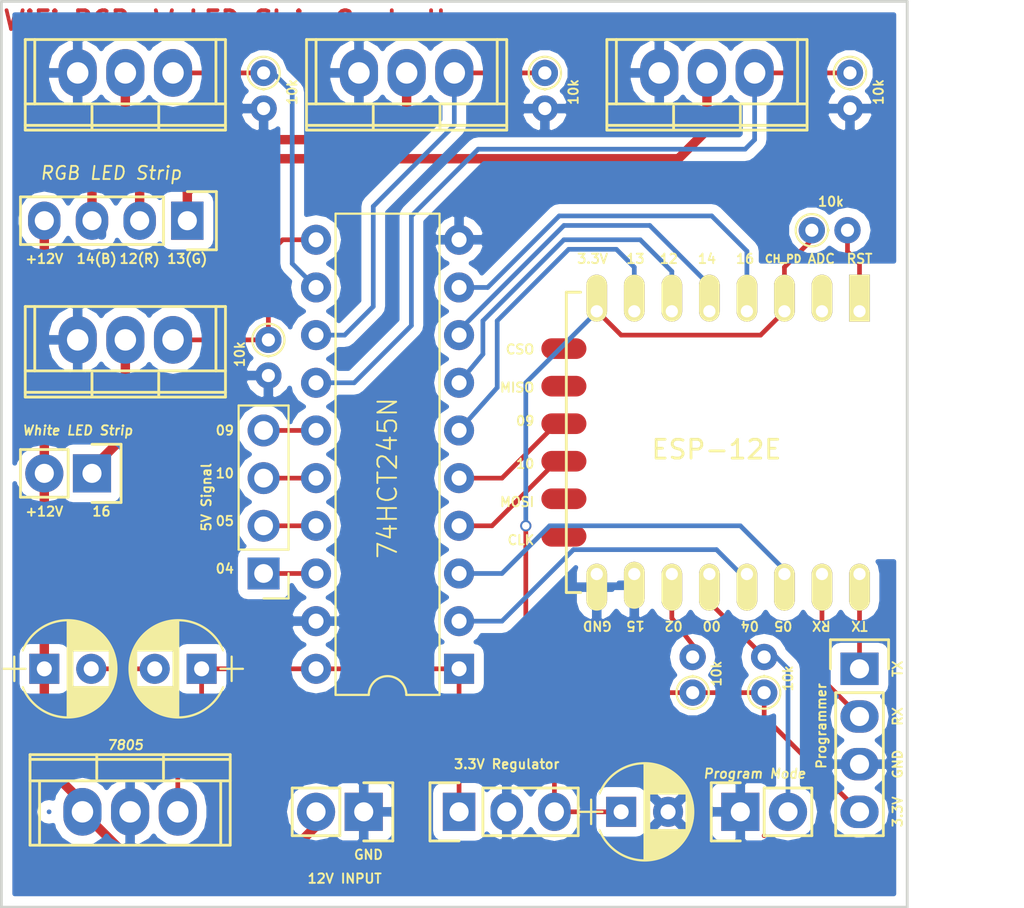
<source format=kicad_pcb>
(kicad_pcb (version 20170123) (host pcbnew "(2017-02-11 revision e8cf4f0)-makepkg")

  (general
    (links 63)
    (no_connects 0)
    (area 77.245999 65.964999 132.215001 115.4625)
    (thickness 1.6)
    (drawings 60)
    (tracks 150)
    (zones 0)
    (modules 24)
    (nets 36)
  )

  (page A4)
  (layers
    (0 F.Cu signal)
    (31 B.Cu signal)
    (32 B.Adhes user)
    (33 F.Adhes user)
    (34 B.Paste user hide)
    (35 F.Paste user hide)
    (36 B.SilkS user)
    (37 F.SilkS user)
    (38 B.Mask user)
    (39 F.Mask user)
    (40 Dwgs.User user hide)
    (41 Cmts.User user hide)
    (42 Eco1.User user hide)
    (43 Eco2.User user hide)
    (44 Edge.Cuts user)
    (45 Margin user hide)
    (46 B.CrtYd user hide)
    (47 F.CrtYd user hide)
    (48 B.Fab user hide)
    (49 F.Fab user hide)
  )

  (setup
    (last_trace_width 0.25)
    (trace_clearance 0.25)
    (zone_clearance 0.508)
    (zone_45_only no)
    (trace_min 0.2)
    (segment_width 0.2)
    (edge_width 0.15)
    (via_size 0.6)
    (via_drill 0.4)
    (via_min_size 0.4)
    (via_min_drill 0.3)
    (uvia_size 0.3)
    (uvia_drill 0.1)
    (uvias_allowed no)
    (uvia_min_size 0.2)
    (uvia_min_drill 0.1)
    (pcb_text_width 0.1)
    (pcb_text_size 0.5 0.5)
    (mod_edge_width 0.1)
    (mod_text_size 0.5 0.5)
    (mod_text_width 0.1)
    (pad_size 1.6 1.6)
    (pad_drill 0.8)
    (pad_to_mask_clearance 0.2)
    (aux_axis_origin 0 0)
    (visible_elements 7FFEFFFF)
    (pcbplotparams
      (layerselection 0x010f0_80000001)
      (usegerberextensions true)
      (excludeedgelayer true)
      (linewidth 0.100000)
      (plotframeref false)
      (viasonmask false)
      (mode 1)
      (useauxorigin false)
      (hpglpennumber 1)
      (hpglpenspeed 20)
      (hpglpendiameter 15)
      (psnegative false)
      (psa4output false)
      (plotreference true)
      (plotvalue true)
      (plotinvisibletext false)
      (padsonsilk false)
      (subtractmaskfromsilk false)
      (outputformat 1)
      (mirror false)
      (drillshape 0)
      (scaleselection 1)
      (outputdirectory ""))
  )

  (net 0 "")
  (net 1 "Net-(P1-Pad1)")
  (net 2 GND)
  (net 3 "Net-(Q1-Pad1)")
  (net 4 "Net-(P2-Pad3)")
  (net 5 "Net-(Q2-Pad1)")
  (net 6 "Net-(P2-Pad2)")
  (net 7 "Net-(Q3-Pad1)")
  (net 8 "Net-(P2-Pad1)")
  (net 9 "Net-(Q4-Pad1)")
  (net 10 "Net-(.1-Pad1)")
  (net 11 "Net-(.1-Pad2)")
  (net 12 +3V3)
  (net 13 "Net-(.1-Pad4)")
  (net 14 "Net-(.1-Pad5)")
  (net 15 "Net-(.1-Pad6)")
  (net 16 "Net-(.1-Pad7)")
  (net 17 "Net-(.1-Pad11)")
  (net 18 A0)
  (net 19 A1)
  (net 20 "Net-(.1-Pad15)")
  (net 21 "Net-(.1-Pad16)")
  (net 22 "Net-(.1-Pad17)")
  (net 23 "Net-(.1-Pad18)")
  (net 24 "Net-(.1-Pad21)")
  (net 25 "Net-(.1-Pad22)")
  (net 26 +5V)
  (net 27 +12V)
  (net 28 B0)
  (net 29 B1)
  (net 30 "Net-(.1-Pad12)")
  (net 31 A2)
  (net 32 A3)
  (net 33 B2)
  (net 34 B3)
  (net 35 "Net-(C2-Pad2)")

  (net_class Default "This is the default net class."
    (clearance 0.25)
    (trace_width 0.25)
    (via_dia 0.6)
    (via_drill 0.4)
    (uvia_dia 0.3)
    (uvia_drill 0.1)
    (add_net +3V3)
    (add_net +5V)
    (add_net A0)
    (add_net A1)
    (add_net A2)
    (add_net A3)
    (add_net B0)
    (add_net B1)
    (add_net B2)
    (add_net B3)
    (add_net GND)
    (add_net "Net-(.1-Pad11)")
    (add_net "Net-(.1-Pad12)")
    (add_net "Net-(.1-Pad15)")
    (add_net "Net-(.1-Pad16)")
    (add_net "Net-(.1-Pad17)")
    (add_net "Net-(.1-Pad18)")
    (add_net "Net-(.1-Pad2)")
    (add_net "Net-(.1-Pad21)")
    (add_net "Net-(.1-Pad22)")
    (add_net "Net-(.1-Pad4)")
    (add_net "Net-(.1-Pad5)")
    (add_net "Net-(.1-Pad6)")
    (add_net "Net-(.1-Pad7)")
    (add_net "Net-(C2-Pad2)")
    (add_net "Net-(Q1-Pad1)")
    (add_net "Net-(Q2-Pad1)")
    (add_net "Net-(Q3-Pad1)")
    (add_net "Net-(Q4-Pad1)")
  )

  (net_class "High Current" ""
    (clearance 0.25)
    (trace_width 0.5)
    (via_dia 0.6)
    (via_drill 0.4)
    (uvia_dia 0.3)
    (uvia_drill 0.1)
    (add_net +12V)
    (add_net "Net-(.1-Pad1)")
    (add_net "Net-(P1-Pad1)")
    (add_net "Net-(P2-Pad1)")
    (add_net "Net-(P2-Pad2)")
    (add_net "Net-(P2-Pad3)")
  )

  (module Capacitors_THT:CP_Radial_D5.0mm_P2.50mm (layer F.Cu) (tedit 589D2255) (tstamp 589CF0A1)
    (at 110.49 109.22)
    (descr "CP, Radial series, Radial, pin pitch=2.50mm, , diameter=5mm, Electrolytic Capacitor")
    (tags "CP Radial series Radial pin pitch 2.50mm  diameter 5mm Electrolytic Capacitor")
    (path /5883BA2D)
    (fp_text reference C1 (at -1.016 3.048) (layer F.SilkS) hide
      (effects (font (size 1 1) (thickness 0.15)))
    )
    (fp_text value CP (at 1.25 3.56) (layer F.Fab) hide
      (effects (font (size 1 1) (thickness 0.15)))
    )
    (fp_arc (start 1.25 0) (end -1.147436 -0.98) (angle 135.5) (layer F.SilkS) (width 0.12))
    (fp_arc (start 1.25 0) (end -1.147436 0.98) (angle -135.5) (layer F.SilkS) (width 0.12))
    (fp_arc (start 1.25 0) (end 3.647436 -0.98) (angle 44.5) (layer F.SilkS) (width 0.12))
    (fp_circle (center 1.25 0) (end 3.75 0) (layer F.Fab) (width 0.1))
    (fp_line (start -2.2 0) (end -1 0) (layer F.Fab) (width 0.1))
    (fp_line (start -1.6 -0.65) (end -1.6 0.65) (layer F.Fab) (width 0.1))
    (fp_line (start 1.25 -2.55) (end 1.25 2.55) (layer F.SilkS) (width 0.12))
    (fp_line (start 1.29 -2.55) (end 1.29 2.55) (layer F.SilkS) (width 0.12))
    (fp_line (start 1.33 -2.549) (end 1.33 2.549) (layer F.SilkS) (width 0.12))
    (fp_line (start 1.37 -2.548) (end 1.37 2.548) (layer F.SilkS) (width 0.12))
    (fp_line (start 1.41 -2.546) (end 1.41 2.546) (layer F.SilkS) (width 0.12))
    (fp_line (start 1.45 -2.543) (end 1.45 2.543) (layer F.SilkS) (width 0.12))
    (fp_line (start 1.49 -2.539) (end 1.49 2.539) (layer F.SilkS) (width 0.12))
    (fp_line (start 1.53 -2.535) (end 1.53 -0.98) (layer F.SilkS) (width 0.12))
    (fp_line (start 1.53 0.98) (end 1.53 2.535) (layer F.SilkS) (width 0.12))
    (fp_line (start 1.57 -2.531) (end 1.57 -0.98) (layer F.SilkS) (width 0.12))
    (fp_line (start 1.57 0.98) (end 1.57 2.531) (layer F.SilkS) (width 0.12))
    (fp_line (start 1.61 -2.525) (end 1.61 -0.98) (layer F.SilkS) (width 0.12))
    (fp_line (start 1.61 0.98) (end 1.61 2.525) (layer F.SilkS) (width 0.12))
    (fp_line (start 1.65 -2.519) (end 1.65 -0.98) (layer F.SilkS) (width 0.12))
    (fp_line (start 1.65 0.98) (end 1.65 2.519) (layer F.SilkS) (width 0.12))
    (fp_line (start 1.69 -2.513) (end 1.69 -0.98) (layer F.SilkS) (width 0.12))
    (fp_line (start 1.69 0.98) (end 1.69 2.513) (layer F.SilkS) (width 0.12))
    (fp_line (start 1.73 -2.506) (end 1.73 -0.98) (layer F.SilkS) (width 0.12))
    (fp_line (start 1.73 0.98) (end 1.73 2.506) (layer F.SilkS) (width 0.12))
    (fp_line (start 1.77 -2.498) (end 1.77 -0.98) (layer F.SilkS) (width 0.12))
    (fp_line (start 1.77 0.98) (end 1.77 2.498) (layer F.SilkS) (width 0.12))
    (fp_line (start 1.81 -2.489) (end 1.81 -0.98) (layer F.SilkS) (width 0.12))
    (fp_line (start 1.81 0.98) (end 1.81 2.489) (layer F.SilkS) (width 0.12))
    (fp_line (start 1.85 -2.48) (end 1.85 -0.98) (layer F.SilkS) (width 0.12))
    (fp_line (start 1.85 0.98) (end 1.85 2.48) (layer F.SilkS) (width 0.12))
    (fp_line (start 1.89 -2.47) (end 1.89 -0.98) (layer F.SilkS) (width 0.12))
    (fp_line (start 1.89 0.98) (end 1.89 2.47) (layer F.SilkS) (width 0.12))
    (fp_line (start 1.93 -2.46) (end 1.93 -0.98) (layer F.SilkS) (width 0.12))
    (fp_line (start 1.93 0.98) (end 1.93 2.46) (layer F.SilkS) (width 0.12))
    (fp_line (start 1.971 -2.448) (end 1.971 -0.98) (layer F.SilkS) (width 0.12))
    (fp_line (start 1.971 0.98) (end 1.971 2.448) (layer F.SilkS) (width 0.12))
    (fp_line (start 2.011 -2.436) (end 2.011 -0.98) (layer F.SilkS) (width 0.12))
    (fp_line (start 2.011 0.98) (end 2.011 2.436) (layer F.SilkS) (width 0.12))
    (fp_line (start 2.051 -2.424) (end 2.051 -0.98) (layer F.SilkS) (width 0.12))
    (fp_line (start 2.051 0.98) (end 2.051 2.424) (layer F.SilkS) (width 0.12))
    (fp_line (start 2.091 -2.41) (end 2.091 -0.98) (layer F.SilkS) (width 0.12))
    (fp_line (start 2.091 0.98) (end 2.091 2.41) (layer F.SilkS) (width 0.12))
    (fp_line (start 2.131 -2.396) (end 2.131 -0.98) (layer F.SilkS) (width 0.12))
    (fp_line (start 2.131 0.98) (end 2.131 2.396) (layer F.SilkS) (width 0.12))
    (fp_line (start 2.171 -2.382) (end 2.171 -0.98) (layer F.SilkS) (width 0.12))
    (fp_line (start 2.171 0.98) (end 2.171 2.382) (layer F.SilkS) (width 0.12))
    (fp_line (start 2.211 -2.366) (end 2.211 -0.98) (layer F.SilkS) (width 0.12))
    (fp_line (start 2.211 0.98) (end 2.211 2.366) (layer F.SilkS) (width 0.12))
    (fp_line (start 2.251 -2.35) (end 2.251 -0.98) (layer F.SilkS) (width 0.12))
    (fp_line (start 2.251 0.98) (end 2.251 2.35) (layer F.SilkS) (width 0.12))
    (fp_line (start 2.291 -2.333) (end 2.291 -0.98) (layer F.SilkS) (width 0.12))
    (fp_line (start 2.291 0.98) (end 2.291 2.333) (layer F.SilkS) (width 0.12))
    (fp_line (start 2.331 -2.315) (end 2.331 -0.98) (layer F.SilkS) (width 0.12))
    (fp_line (start 2.331 0.98) (end 2.331 2.315) (layer F.SilkS) (width 0.12))
    (fp_line (start 2.371 -2.296) (end 2.371 -0.98) (layer F.SilkS) (width 0.12))
    (fp_line (start 2.371 0.98) (end 2.371 2.296) (layer F.SilkS) (width 0.12))
    (fp_line (start 2.411 -2.276) (end 2.411 -0.98) (layer F.SilkS) (width 0.12))
    (fp_line (start 2.411 0.98) (end 2.411 2.276) (layer F.SilkS) (width 0.12))
    (fp_line (start 2.451 -2.256) (end 2.451 -0.98) (layer F.SilkS) (width 0.12))
    (fp_line (start 2.451 0.98) (end 2.451 2.256) (layer F.SilkS) (width 0.12))
    (fp_line (start 2.491 -2.234) (end 2.491 -0.98) (layer F.SilkS) (width 0.12))
    (fp_line (start 2.491 0.98) (end 2.491 2.234) (layer F.SilkS) (width 0.12))
    (fp_line (start 2.531 -2.212) (end 2.531 -0.98) (layer F.SilkS) (width 0.12))
    (fp_line (start 2.531 0.98) (end 2.531 2.212) (layer F.SilkS) (width 0.12))
    (fp_line (start 2.571 -2.189) (end 2.571 -0.98) (layer F.SilkS) (width 0.12))
    (fp_line (start 2.571 0.98) (end 2.571 2.189) (layer F.SilkS) (width 0.12))
    (fp_line (start 2.611 -2.165) (end 2.611 -0.98) (layer F.SilkS) (width 0.12))
    (fp_line (start 2.611 0.98) (end 2.611 2.165) (layer F.SilkS) (width 0.12))
    (fp_line (start 2.651 -2.14) (end 2.651 -0.98) (layer F.SilkS) (width 0.12))
    (fp_line (start 2.651 0.98) (end 2.651 2.14) (layer F.SilkS) (width 0.12))
    (fp_line (start 2.691 -2.113) (end 2.691 -0.98) (layer F.SilkS) (width 0.12))
    (fp_line (start 2.691 0.98) (end 2.691 2.113) (layer F.SilkS) (width 0.12))
    (fp_line (start 2.731 -2.086) (end 2.731 -0.98) (layer F.SilkS) (width 0.12))
    (fp_line (start 2.731 0.98) (end 2.731 2.086) (layer F.SilkS) (width 0.12))
    (fp_line (start 2.771 -2.058) (end 2.771 -0.98) (layer F.SilkS) (width 0.12))
    (fp_line (start 2.771 0.98) (end 2.771 2.058) (layer F.SilkS) (width 0.12))
    (fp_line (start 2.811 -2.028) (end 2.811 -0.98) (layer F.SilkS) (width 0.12))
    (fp_line (start 2.811 0.98) (end 2.811 2.028) (layer F.SilkS) (width 0.12))
    (fp_line (start 2.851 -1.997) (end 2.851 -0.98) (layer F.SilkS) (width 0.12))
    (fp_line (start 2.851 0.98) (end 2.851 1.997) (layer F.SilkS) (width 0.12))
    (fp_line (start 2.891 -1.965) (end 2.891 -0.98) (layer F.SilkS) (width 0.12))
    (fp_line (start 2.891 0.98) (end 2.891 1.965) (layer F.SilkS) (width 0.12))
    (fp_line (start 2.931 -1.932) (end 2.931 -0.98) (layer F.SilkS) (width 0.12))
    (fp_line (start 2.931 0.98) (end 2.931 1.932) (layer F.SilkS) (width 0.12))
    (fp_line (start 2.971 -1.897) (end 2.971 -0.98) (layer F.SilkS) (width 0.12))
    (fp_line (start 2.971 0.98) (end 2.971 1.897) (layer F.SilkS) (width 0.12))
    (fp_line (start 3.011 -1.861) (end 3.011 -0.98) (layer F.SilkS) (width 0.12))
    (fp_line (start 3.011 0.98) (end 3.011 1.861) (layer F.SilkS) (width 0.12))
    (fp_line (start 3.051 -1.823) (end 3.051 -0.98) (layer F.SilkS) (width 0.12))
    (fp_line (start 3.051 0.98) (end 3.051 1.823) (layer F.SilkS) (width 0.12))
    (fp_line (start 3.091 -1.783) (end 3.091 -0.98) (layer F.SilkS) (width 0.12))
    (fp_line (start 3.091 0.98) (end 3.091 1.783) (layer F.SilkS) (width 0.12))
    (fp_line (start 3.131 -1.742) (end 3.131 -0.98) (layer F.SilkS) (width 0.12))
    (fp_line (start 3.131 0.98) (end 3.131 1.742) (layer F.SilkS) (width 0.12))
    (fp_line (start 3.171 -1.699) (end 3.171 -0.98) (layer F.SilkS) (width 0.12))
    (fp_line (start 3.171 0.98) (end 3.171 1.699) (layer F.SilkS) (width 0.12))
    (fp_line (start 3.211 -1.654) (end 3.211 -0.98) (layer F.SilkS) (width 0.12))
    (fp_line (start 3.211 0.98) (end 3.211 1.654) (layer F.SilkS) (width 0.12))
    (fp_line (start 3.251 -1.606) (end 3.251 -0.98) (layer F.SilkS) (width 0.12))
    (fp_line (start 3.251 0.98) (end 3.251 1.606) (layer F.SilkS) (width 0.12))
    (fp_line (start 3.291 -1.556) (end 3.291 -0.98) (layer F.SilkS) (width 0.12))
    (fp_line (start 3.291 0.98) (end 3.291 1.556) (layer F.SilkS) (width 0.12))
    (fp_line (start 3.331 -1.504) (end 3.331 -0.98) (layer F.SilkS) (width 0.12))
    (fp_line (start 3.331 0.98) (end 3.331 1.504) (layer F.SilkS) (width 0.12))
    (fp_line (start 3.371 -1.448) (end 3.371 -0.98) (layer F.SilkS) (width 0.12))
    (fp_line (start 3.371 0.98) (end 3.371 1.448) (layer F.SilkS) (width 0.12))
    (fp_line (start 3.411 -1.39) (end 3.411 -0.98) (layer F.SilkS) (width 0.12))
    (fp_line (start 3.411 0.98) (end 3.411 1.39) (layer F.SilkS) (width 0.12))
    (fp_line (start 3.451 -1.327) (end 3.451 -0.98) (layer F.SilkS) (width 0.12))
    (fp_line (start 3.451 0.98) (end 3.451 1.327) (layer F.SilkS) (width 0.12))
    (fp_line (start 3.491 -1.261) (end 3.491 1.261) (layer F.SilkS) (width 0.12))
    (fp_line (start 3.531 -1.189) (end 3.531 1.189) (layer F.SilkS) (width 0.12))
    (fp_line (start 3.571 -1.112) (end 3.571 1.112) (layer F.SilkS) (width 0.12))
    (fp_line (start 3.611 -1.028) (end 3.611 1.028) (layer F.SilkS) (width 0.12))
    (fp_line (start 3.651 -0.934) (end 3.651 0.934) (layer F.SilkS) (width 0.12))
    (fp_line (start 3.691 -0.829) (end 3.691 0.829) (layer F.SilkS) (width 0.12))
    (fp_line (start 3.731 -0.707) (end 3.731 0.707) (layer F.SilkS) (width 0.12))
    (fp_line (start 3.771 -0.559) (end 3.771 0.559) (layer F.SilkS) (width 0.12))
    (fp_line (start 3.811 -0.354) (end 3.811 0.354) (layer F.SilkS) (width 0.12))
    (fp_line (start -2.2 0) (end -1 0) (layer F.SilkS) (width 0.12))
    (fp_line (start -1.6 -0.65) (end -1.6 0.65) (layer F.SilkS) (width 0.12))
    (fp_line (start -1.6 -2.85) (end -1.6 2.85) (layer F.CrtYd) (width 0.05))
    (fp_line (start -1.6 2.85) (end 4.1 2.85) (layer F.CrtYd) (width 0.05))
    (fp_line (start 4.1 2.85) (end 4.1 -2.85) (layer F.CrtYd) (width 0.05))
    (fp_line (start 4.1 -2.85) (end -1.6 -2.85) (layer F.CrtYd) (width 0.05))
    (pad 1 thru_hole rect (at 0 0) (size 1.6 1.6) (drill 0.8) (layers *.Cu *.Mask)
      (net 12 +3V3))
    (pad 2 thru_hole circle (at 2.5 0) (size 1.6 1.6) (drill 0.8) (layers *.Cu *.Mask)
      (net 2 GND))
    (model Capacitors_ThroughHole.3dshapes/CP_Radial_D5.0mm_P2.50mm.wrl
      (at (xyz 0 0 0))
      (scale (xyz 0.393701 0.393701 0.393701))
      (rotate (xyz 0 0 0))
    )
  )

  (module ESP8266:ESP-12E (layer F.Cu) (tedit 58C37CA0) (tstamp 5883B625)
    (at 123.19 82.55 270)
    (descr "Module, ESP-8266, ESP-12, 16 pad, SMD")
    (tags "Module ESP-8266 ESP8266")
    (path /5882C080)
    (fp_text reference .1 (at -2.54 -6.35 270) (layer F.SilkS) hide
      (effects (font (size 1 1) (thickness 0.15)))
    )
    (fp_text value ESP-12E (at 8 1 270) (layer F.Fab)
      (effects (font (size 1 1) (thickness 0.15)))
    )
    (fp_line (start -2.25 -0.5) (end -2.25 -8.75) (layer F.CrtYd) (width 0.05))
    (fp_line (start -2.25 -8.75) (end 15.25 -8.75) (layer F.CrtYd) (width 0.05))
    (fp_line (start 15.25 -8.75) (end 16.25 -8.75) (layer F.CrtYd) (width 0.05))
    (fp_line (start 16.25 -8.75) (end 16.25 16) (layer F.CrtYd) (width 0.05))
    (fp_line (start 16.25 16) (end -2.25 16) (layer F.CrtYd) (width 0.05))
    (fp_line (start -2.25 16) (end -2.25 -0.5) (layer F.CrtYd) (width 0.05))
    (fp_line (start -1.016 -8.382) (end 14.986 -8.382) (layer F.CrtYd) (width 0.1524))
    (fp_line (start 14.986 -8.382) (end 14.986 -0.889) (layer F.CrtYd) (width 0.1524))
    (fp_line (start -1.016 -8.382) (end -1.016 -1.016) (layer F.CrtYd) (width 0.1524))
    (fp_line (start -1.016 14.859) (end -1.016 15.621) (layer F.SilkS) (width 0.1524))
    (fp_line (start -1.016 15.621) (end 14.986 15.621) (layer F.SilkS) (width 0.1524))
    (fp_line (start 14.986 15.621) (end 14.986 14.859) (layer F.SilkS) (width 0.1524))
    (fp_line (start 14.992 -8.4) (end -1.008 -2.6) (layer F.CrtYd) (width 0.1524))
    (fp_line (start -1.008 -8.4) (end 14.992 -2.6) (layer F.CrtYd) (width 0.1524))
    (fp_text user "No Copper" (at 6.892 -5.4 270) (layer F.CrtYd)
      (effects (font (size 1 1) (thickness 0.15)))
    )
    (fp_line (start -1.008 -2.6) (end 14.992 -2.6) (layer F.CrtYd) (width 0.1524))
    (fp_line (start 15 -8.4) (end 15 15.6) (layer F.Fab) (width 0.05))
    (fp_line (start 14.992 15.6) (end -1.008 15.6) (layer F.Fab) (width 0.05))
    (fp_line (start -1.008 15.6) (end -1.008 -8.4) (layer F.Fab) (width 0.05))
    (fp_line (start -1.008 -8.4) (end 14.992 -8.4) (layer F.Fab) (width 0.05))
    (pad 1 thru_hole rect (at 0 0 270) (size 2.5 1.1) (drill 0.65 (offset -0.7 0)) (layers *.Cu *.Mask F.SilkS)
      (net 10 "Net-(.1-Pad1)"))
    (pad 2 thru_hole oval (at 0 2 270) (size 2.5 1.1) (drill 0.65 (offset -0.7 0)) (layers *.Cu *.Mask F.SilkS)
      (net 11 "Net-(.1-Pad2)"))
    (pad 3 thru_hole oval (at 0 4 270) (size 2.5 1.1) (drill 0.65 (offset -0.7 0)) (layers *.Cu *.Mask F.SilkS)
      (net 12 +3V3))
    (pad 4 thru_hole oval (at 0 6 270) (size 2.5 1.1) (drill 0.65 (offset -0.7 0)) (layers *.Cu *.Mask F.SilkS)
      (net 13 "Net-(.1-Pad4)"))
    (pad 5 thru_hole oval (at 0 8 270) (size 2.5 1.1) (drill 0.65 (offset -0.7 0)) (layers *.Cu *.Mask F.SilkS)
      (net 14 "Net-(.1-Pad5)"))
    (pad 6 thru_hole oval (at 0 10 270) (size 2.5 1.1) (drill 0.65 (offset -0.7 0)) (layers *.Cu *.Mask F.SilkS)
      (net 15 "Net-(.1-Pad6)"))
    (pad 7 thru_hole oval (at 0 12 270) (size 2.5 1.1) (drill 0.65 (offset -0.7 0)) (layers *.Cu *.Mask F.SilkS)
      (net 16 "Net-(.1-Pad7)"))
    (pad 8 thru_hole oval (at 0 14 270) (size 2.5 1.1) (drill 0.65 (offset -0.7 0)) (layers *.Cu *.Mask F.SilkS)
      (net 12 +3V3))
    (pad 9 thru_hole oval (at 14 14 270) (size 2.5 1.1) (drill 0.65 (offset 0.7 0)) (layers *.Cu *.Mask F.SilkS)
      (net 2 GND))
    (pad 10 thru_hole oval (at 14 12 270) (size 2.5 1.1) (drill 0.65 (offset 0.6 0)) (layers *.Cu *.Mask F.SilkS)
      (net 2 GND))
    (pad 11 thru_hole oval (at 14 10 270) (size 2.5 1.1) (drill 0.65 (offset 0.7 0)) (layers *.Cu *.Mask F.SilkS)
      (net 17 "Net-(.1-Pad11)"))
    (pad 12 thru_hole oval (at 14 8 270) (size 2.5 1.1) (drill 0.65 (offset 0.7 0)) (layers *.Cu *.Mask F.SilkS)
      (net 30 "Net-(.1-Pad12)"))
    (pad 13 thru_hole oval (at 14 6 270) (size 2.5 1.1) (drill 0.65 (offset 0.7 0)) (layers *.Cu *.Mask F.SilkS)
      (net 18 A0))
    (pad 14 thru_hole oval (at 14 4 270) (size 2.5 1.1) (drill 0.65 (offset 0.7 0)) (layers *.Cu *.Mask F.SilkS)
      (net 19 A1))
    (pad 15 thru_hole oval (at 14 2 270) (size 2.5 1.1) (drill 0.65 (offset 0.7 0)) (layers *.Cu *.Mask F.SilkS)
      (net 20 "Net-(.1-Pad15)"))
    (pad 16 thru_hole oval (at 14 0 270) (size 2.5 1.1) (drill 0.65 (offset 0.7 0)) (layers *.Cu *.Mask F.SilkS)
      (net 21 "Net-(.1-Pad16)"))
    (pad 17 smd oval (at 1.99 15.75) (size 2.4 1.1) (layers F.Cu F.Paste F.Mask)
      (net 22 "Net-(.1-Pad17)"))
    (pad 18 smd oval (at 3.99 15.75) (size 2.4 1.1) (layers F.Cu F.Paste F.Mask)
      (net 23 "Net-(.1-Pad18)"))
    (pad 19 smd oval (at 5.99 15.75) (size 2.4 1.1) (layers F.Cu F.Paste F.Mask)
      (net 32 A3))
    (pad 20 smd oval (at 7.99 15.75) (size 2.4 1.1) (layers F.Cu F.Paste F.Mask)
      (net 31 A2))
    (pad 21 smd oval (at 9.99 15.75) (size 2.4 1.1) (layers F.Cu F.Paste F.Mask)
      (net 24 "Net-(.1-Pad21)"))
    (pad 22 smd oval (at 11.99 15.75) (size 2.4 1.1) (layers F.Cu F.Paste F.Mask)
      (net 25 "Net-(.1-Pad22)"))
    (model ${ESPLIB}/ESP8266.3dshapes/ESP-12.wrl
      (at (xyz 0 0 0))
      (scale (xyz 0.3937 0.3937 0.3937))
      (rotate (xyz 0 0 0))
    )
  )

  (module Power_Integrations:TO-220 (layer F.Cu) (tedit 589D1947) (tstamp 5883A708)
    (at 99.06 69.85 180)
    (descr "Non Isolated JEDEC TO-220 Package")
    (tags "Power Integration YN Package")
    (path /58839809)
    (fp_text reference Q3 (at 0 -4.318 180) (layer F.SilkS) hide
      (effects (font (size 1 1) (thickness 0.15)))
    )
    (fp_text value IRF540N (at 0 -4.318 180) (layer F.Fab)
      (effects (font (size 0.5 0.5) (thickness 0.1)))
    )
    (fp_line (start 4.826 -1.651) (end 4.826 1.778) (layer F.SilkS) (width 0.15))
    (fp_line (start -4.826 -1.651) (end -4.826 1.778) (layer F.SilkS) (width 0.15))
    (fp_line (start 5.334 -2.794) (end -5.334 -2.794) (layer F.SilkS) (width 0.15))
    (fp_line (start 1.778 -1.778) (end 1.778 -3.048) (layer F.SilkS) (width 0.15))
    (fp_line (start -1.778 -1.778) (end -1.778 -3.048) (layer F.SilkS) (width 0.15))
    (fp_line (start -5.334 -1.651) (end 5.334 -1.651) (layer F.SilkS) (width 0.15))
    (fp_line (start 5.334 1.778) (end -5.334 1.778) (layer F.SilkS) (width 0.15))
    (fp_line (start -5.334 -3.048) (end -5.334 1.778) (layer F.SilkS) (width 0.15))
    (fp_line (start 5.334 -3.048) (end 5.334 1.778) (layer F.SilkS) (width 0.15))
    (fp_line (start 5.334 -3.048) (end -5.334 -3.048) (layer F.SilkS) (width 0.15))
    (pad 2 thru_hole oval (at 0 0 180) (size 2.032 2.54) (drill 1.143) (layers *.Cu *.Mask)
      (net 6 "Net-(P2-Pad2)"))
    (pad 3 thru_hole oval (at 2.54 0 180) (size 2.032 2.54) (drill 1.143) (layers *.Cu *.Mask)
      (net 2 GND))
    (pad 1 thru_hole oval (at -2.54 0 180) (size 2.032 2.54) (drill 1.143) (layers *.Cu *.Mask)
      (net 7 "Net-(Q3-Pad1)"))
  )

  (module Power_Integrations:TO-220 (layer F.Cu) (tedit 589D1907) (tstamp 5883A6E6)
    (at 84.074 84.074 180)
    (descr "Non Isolated JEDEC TO-220 Package")
    (tags "Power Integration YN Package")
    (path /58839948)
    (fp_text reference Q1 (at 0 -4.318 180) (layer F.SilkS) hide
      (effects (font (size 1 1) (thickness 0.15)))
    )
    (fp_text value IRF540N (at 0 -4.318 180) (layer F.Fab)
      (effects (font (size 0.5 0.5) (thickness 0.1)))
    )
    (fp_line (start 4.826 -1.651) (end 4.826 1.778) (layer F.SilkS) (width 0.15))
    (fp_line (start -4.826 -1.651) (end -4.826 1.778) (layer F.SilkS) (width 0.15))
    (fp_line (start 5.334 -2.794) (end -5.334 -2.794) (layer F.SilkS) (width 0.15))
    (fp_line (start 1.778 -1.778) (end 1.778 -3.048) (layer F.SilkS) (width 0.15))
    (fp_line (start -1.778 -1.778) (end -1.778 -3.048) (layer F.SilkS) (width 0.15))
    (fp_line (start -5.334 -1.651) (end 5.334 -1.651) (layer F.SilkS) (width 0.15))
    (fp_line (start 5.334 1.778) (end -5.334 1.778) (layer F.SilkS) (width 0.15))
    (fp_line (start -5.334 -3.048) (end -5.334 1.778) (layer F.SilkS) (width 0.15))
    (fp_line (start 5.334 -3.048) (end 5.334 1.778) (layer F.SilkS) (width 0.15))
    (fp_line (start 5.334 -3.048) (end -5.334 -3.048) (layer F.SilkS) (width 0.15))
    (pad 2 thru_hole oval (at 0 0 180) (size 2.032 2.54) (drill 1.143) (layers *.Cu *.Mask)
      (net 1 "Net-(P1-Pad1)"))
    (pad 3 thru_hole oval (at 2.54 0 180) (size 2.032 2.54) (drill 1.143) (layers *.Cu *.Mask)
      (net 2 GND))
    (pad 1 thru_hole oval (at -2.54 0 180) (size 2.032 2.54) (drill 1.143) (layers *.Cu *.Mask)
      (net 3 "Net-(Q1-Pad1)"))
  )

  (module Power_Integrations:TO-220 (layer F.Cu) (tedit 589D1A25) (tstamp 5883A719)
    (at 115.062 69.85 180)
    (descr "Non Isolated JEDEC TO-220 Package")
    (tags "Power Integration YN Package")
    (path /58839A15)
    (fp_text reference Q4 (at 0 -4.318 180) (layer F.SilkS) hide
      (effects (font (size 1 1) (thickness 0.15)))
    )
    (fp_text value IRF540N (at 0 -4.318 180) (layer F.Fab)
      (effects (font (size 0.5 0.5) (thickness 0.1)))
    )
    (fp_line (start 4.826 -1.651) (end 4.826 1.778) (layer F.SilkS) (width 0.15))
    (fp_line (start -4.826 -1.651) (end -4.826 1.778) (layer F.SilkS) (width 0.15))
    (fp_line (start 5.334 -2.794) (end -5.334 -2.794) (layer F.SilkS) (width 0.15))
    (fp_line (start 1.778 -1.778) (end 1.778 -3.048) (layer F.SilkS) (width 0.15))
    (fp_line (start -1.778 -1.778) (end -1.778 -3.048) (layer F.SilkS) (width 0.15))
    (fp_line (start -5.334 -1.651) (end 5.334 -1.651) (layer F.SilkS) (width 0.15))
    (fp_line (start 5.334 1.778) (end -5.334 1.778) (layer F.SilkS) (width 0.15))
    (fp_line (start -5.334 -3.048) (end -5.334 1.778) (layer F.SilkS) (width 0.15))
    (fp_line (start 5.334 -3.048) (end 5.334 1.778) (layer F.SilkS) (width 0.15))
    (fp_line (start 5.334 -3.048) (end -5.334 -3.048) (layer F.SilkS) (width 0.15))
    (pad 2 thru_hole oval (at 0 0 180) (size 2.032 2.54) (drill 1.143) (layers *.Cu *.Mask)
      (net 8 "Net-(P2-Pad1)"))
    (pad 3 thru_hole oval (at 2.54 0 180) (size 2.032 2.54) (drill 1.143) (layers *.Cu *.Mask)
      (net 2 GND))
    (pad 1 thru_hole oval (at -2.54 0 180) (size 2.032 2.54) (drill 1.143) (layers *.Cu *.Mask)
      (net 9 "Net-(Q4-Pad1)"))
  )

  (module Socket_Strips:Socket_Strip_Straight_1x04_Pitch2.54mm (layer F.Cu) (tedit 589D2061) (tstamp 589CEC7C)
    (at 91.44 96.52 180)
    (descr "Through hole straight socket strip, 1x04, 2.54mm pitch, single row")
    (tags "Through hole socket strip THT 1x04 2.54mm single row")
    (path /589CF444)
    (fp_text reference P7 (at 0 -2.33 180) (layer F.SilkS) hide
      (effects (font (size 1 1) (thickness 0.15)))
    )
    (fp_text value CONN_01X04 (at 2.032 5.08 270) (layer F.Fab)
      (effects (font (size 0.5 0.5) (thickness 0.1) italic))
    )
    (fp_line (start -1.27 -1.27) (end -1.27 8.89) (layer F.Fab) (width 0.1))
    (fp_line (start -1.27 8.89) (end 1.27 8.89) (layer F.Fab) (width 0.1))
    (fp_line (start 1.27 8.89) (end 1.27 -1.27) (layer F.Fab) (width 0.1))
    (fp_line (start 1.27 -1.27) (end -1.27 -1.27) (layer F.Fab) (width 0.1))
    (fp_line (start -1.33 1.27) (end -1.33 8.95) (layer F.SilkS) (width 0.12))
    (fp_line (start -1.33 8.95) (end 1.33 8.95) (layer F.SilkS) (width 0.12))
    (fp_line (start 1.33 8.95) (end 1.33 1.27) (layer F.SilkS) (width 0.12))
    (fp_line (start 1.33 1.27) (end -1.33 1.27) (layer F.SilkS) (width 0.12))
    (fp_line (start -1.33 0) (end -1.33 -1.33) (layer F.SilkS) (width 0.12))
    (fp_line (start -1.33 -1.33) (end 0 -1.33) (layer F.SilkS) (width 0.12))
    (fp_line (start -1.55 -1.55) (end -1.55 9.15) (layer F.CrtYd) (width 0.05))
    (fp_line (start -1.55 9.15) (end 1.55 9.15) (layer F.CrtYd) (width 0.05))
    (fp_line (start 1.55 9.15) (end 1.55 -1.55) (layer F.CrtYd) (width 0.05))
    (fp_line (start 1.55 -1.55) (end -1.55 -1.55) (layer F.CrtYd) (width 0.05))
    (pad 1 thru_hole rect (at 0 0 180) (size 1.7 1.7) (drill 1) (layers *.Cu *.Mask)
      (net 28 B0))
    (pad 2 thru_hole oval (at 0 2.54 180) (size 1.7 1.7) (drill 1) (layers *.Cu *.Mask)
      (net 29 B1))
    (pad 3 thru_hole oval (at 0 5.08 180) (size 1.7 1.7) (drill 1) (layers *.Cu *.Mask)
      (net 33 B2))
    (pad 4 thru_hole oval (at 0 7.62 180) (size 1.7 1.7) (drill 1) (layers *.Cu *.Mask)
      (net 34 B3))
    (model Socket_Strips.3dshapes/Socket_Strip_Straight_1x04_Pitch2.54mm.wrl
      (at (xyz 0 -0.15 0))
      (scale (xyz 1 1 1))
      (rotate (xyz 0 0 270))
    )
  )

  (module Resistors_THT:R_Axial_DIN0204_L3.6mm_D1.6mm_P1.90mm_Vertical (layer F.Cu) (tedit 589D1A71) (tstamp 588FD198)
    (at 122.682 69.85 270)
    (descr "Resistor, Axial_DIN0204 series, Axial, Vertical, pin pitch=1.9mm, 0.16666666666666666W = 1/6W, length*diameter=3.6*1.6mm^2, http://cdn-reichelt.de/documents/datenblatt/B400/1_4W%23YAG.pdf")
    (tags "Resistor Axial_DIN0204 series Axial Vertical pin pitch 1.9mm 0.16666666666666666W = 1/6W length 3.6mm diameter 1.6mm")
    (path /588FD829)
    (fp_text reference R6 (at 0.95 -1.86 270) (layer F.SilkS) hide
      (effects (font (size 1 1) (thickness 0.15)))
    )
    (fp_text value 10k (at 0.95 1.86 270) (layer F.Fab)
      (effects (font (size 0.5 0.5) (thickness 0.1)))
    )
    (fp_circle (center 0 0) (end 0.8 0) (layer F.Fab) (width 0.1))
    (fp_circle (center 0 0) (end 0.86 0) (layer F.SilkS) (width 0.12))
    (fp_line (start 0 0) (end 1.9 0) (layer F.Fab) (width 0.1))
    (fp_line (start 0.86 0) (end 0.9 0) (layer F.SilkS) (width 0.12))
    (fp_line (start -1.15 -1.15) (end -1.15 1.15) (layer F.CrtYd) (width 0.05))
    (fp_line (start -1.15 1.15) (end 2.95 1.15) (layer F.CrtYd) (width 0.05))
    (fp_line (start 2.95 1.15) (end 2.95 -1.15) (layer F.CrtYd) (width 0.05))
    (fp_line (start 2.95 -1.15) (end -1.15 -1.15) (layer F.CrtYd) (width 0.05))
    (pad 1 thru_hole circle (at 0 0 270) (size 1.4 1.4) (drill 0.7) (layers *.Cu *.Mask)
      (net 9 "Net-(Q4-Pad1)"))
    (pad 2 thru_hole oval (at 1.9 0 270) (size 1.4 1.4) (drill 0.7) (layers *.Cu *.Mask)
      (net 2 GND))
    (model Resistors_ThroughHole.3dshapes/R_Axial_DIN0204_L3.6mm_D1.6mm_P1.90mm_Vertical.wrl
      (at (xyz 0 0 0))
      (scale (xyz 0.393701 0.393701 0.393701))
      (rotate (xyz 0 0 0))
    )
  )

  (module Resistors_THT:R_Axial_DIN0204_L3.6mm_D1.6mm_P1.90mm_Vertical (layer F.Cu) (tedit 589D1A62) (tstamp 588FD192)
    (at 106.426 69.85 270)
    (descr "Resistor, Axial_DIN0204 series, Axial, Vertical, pin pitch=1.9mm, 0.16666666666666666W = 1/6W, length*diameter=3.6*1.6mm^2, http://cdn-reichelt.de/documents/datenblatt/B400/1_4W%23YAG.pdf")
    (tags "Resistor Axial_DIN0204 series Axial Vertical pin pitch 1.9mm 0.16666666666666666W = 1/6W length 3.6mm diameter 1.6mm")
    (path /588FD7B1)
    (fp_text reference R5 (at 0.95 -1.86 270) (layer F.SilkS) hide
      (effects (font (size 1 1) (thickness 0.15)))
    )
    (fp_text value 10k (at 0.95 1.86 270) (layer F.Fab)
      (effects (font (size 0.5 0.5) (thickness 0.1)))
    )
    (fp_circle (center 0 0) (end 0.8 0) (layer F.Fab) (width 0.1))
    (fp_circle (center 0 0) (end 0.86 0) (layer F.SilkS) (width 0.12))
    (fp_line (start 0 0) (end 1.9 0) (layer F.Fab) (width 0.1))
    (fp_line (start 0.86 0) (end 0.9 0) (layer F.SilkS) (width 0.12))
    (fp_line (start -1.15 -1.15) (end -1.15 1.15) (layer F.CrtYd) (width 0.05))
    (fp_line (start -1.15 1.15) (end 2.95 1.15) (layer F.CrtYd) (width 0.05))
    (fp_line (start 2.95 1.15) (end 2.95 -1.15) (layer F.CrtYd) (width 0.05))
    (fp_line (start 2.95 -1.15) (end -1.15 -1.15) (layer F.CrtYd) (width 0.05))
    (pad 1 thru_hole circle (at 0 0 270) (size 1.4 1.4) (drill 0.7) (layers *.Cu *.Mask)
      (net 7 "Net-(Q3-Pad1)"))
    (pad 2 thru_hole oval (at 1.9 0 270) (size 1.4 1.4) (drill 0.7) (layers *.Cu *.Mask)
      (net 2 GND))
    (model Resistors_ThroughHole.3dshapes/R_Axial_DIN0204_L3.6mm_D1.6mm_P1.90mm_Vertical.wrl
      (at (xyz 0 0 0))
      (scale (xyz 0.393701 0.393701 0.393701))
      (rotate (xyz 0 0 0))
    )
  )

  (module Resistors_THT:R_Axial_DIN0204_L3.6mm_D1.6mm_P1.90mm_Vertical (layer F.Cu) (tedit 589D1A53) (tstamp 588FD18C)
    (at 91.44 69.85 270)
    (descr "Resistor, Axial_DIN0204 series, Axial, Vertical, pin pitch=1.9mm, 0.16666666666666666W = 1/6W, length*diameter=3.6*1.6mm^2, http://cdn-reichelt.de/documents/datenblatt/B400/1_4W%23YAG.pdf")
    (tags "Resistor Axial_DIN0204 series Axial Vertical pin pitch 1.9mm 0.16666666666666666W = 1/6W length 3.6mm diameter 1.6mm")
    (path /588FD74E)
    (fp_text reference R4 (at 0.95 -1.86 270) (layer F.SilkS) hide
      (effects (font (size 1 1) (thickness 0.15)))
    )
    (fp_text value 10k (at 0.95 1.86 270) (layer F.Fab)
      (effects (font (size 0.5 0.5) (thickness 0.1)))
    )
    (fp_circle (center 0 0) (end 0.8 0) (layer F.Fab) (width 0.1))
    (fp_circle (center 0 0) (end 0.86 0) (layer F.SilkS) (width 0.12))
    (fp_line (start 0 0) (end 1.9 0) (layer F.Fab) (width 0.1))
    (fp_line (start 0.86 0) (end 0.9 0) (layer F.SilkS) (width 0.12))
    (fp_line (start -1.15 -1.15) (end -1.15 1.15) (layer F.CrtYd) (width 0.05))
    (fp_line (start -1.15 1.15) (end 2.95 1.15) (layer F.CrtYd) (width 0.05))
    (fp_line (start 2.95 1.15) (end 2.95 -1.15) (layer F.CrtYd) (width 0.05))
    (fp_line (start 2.95 -1.15) (end -1.15 -1.15) (layer F.CrtYd) (width 0.05))
    (pad 1 thru_hole circle (at 0 0 270) (size 1.4 1.4) (drill 0.7) (layers *.Cu *.Mask)
      (net 5 "Net-(Q2-Pad1)"))
    (pad 2 thru_hole oval (at 1.9 0 270) (size 1.4 1.4) (drill 0.7) (layers *.Cu *.Mask)
      (net 2 GND))
    (model Resistors_ThroughHole.3dshapes/R_Axial_DIN0204_L3.6mm_D1.6mm_P1.90mm_Vertical.wrl
      (at (xyz 0 0 0))
      (scale (xyz 0.393701 0.393701 0.393701))
      (rotate (xyz 0 0 0))
    )
  )

  (module Resistors_THT:R_Axial_DIN0204_L3.6mm_D1.6mm_P1.90mm_Vertical (layer F.Cu) (tedit 589D1A41) (tstamp 588FD186)
    (at 91.694 84.074 270)
    (descr "Resistor, Axial_DIN0204 series, Axial, Vertical, pin pitch=1.9mm, 0.16666666666666666W = 1/6W, length*diameter=3.6*1.6mm^2, http://cdn-reichelt.de/documents/datenblatt/B400/1_4W%23YAG.pdf")
    (tags "Resistor Axial_DIN0204 series Axial Vertical pin pitch 1.9mm 0.16666666666666666W = 1/6W length 3.6mm diameter 1.6mm")
    (path /588FD33F)
    (fp_text reference R3 (at 0.95 -1.86 270) (layer F.SilkS) hide
      (effects (font (size 1 1) (thickness 0.15)))
    )
    (fp_text value 10k (at 0.95 1.86 270) (layer F.Fab)
      (effects (font (size 0.5 0.5) (thickness 0.1)))
    )
    (fp_circle (center 0 0) (end 0.8 0) (layer F.Fab) (width 0.1))
    (fp_circle (center 0 0) (end 0.86 0) (layer F.SilkS) (width 0.12))
    (fp_line (start 0 0) (end 1.9 0) (layer F.Fab) (width 0.1))
    (fp_line (start 0.86 0) (end 0.9 0) (layer F.SilkS) (width 0.12))
    (fp_line (start -1.15 -1.15) (end -1.15 1.15) (layer F.CrtYd) (width 0.05))
    (fp_line (start -1.15 1.15) (end 2.95 1.15) (layer F.CrtYd) (width 0.05))
    (fp_line (start 2.95 1.15) (end 2.95 -1.15) (layer F.CrtYd) (width 0.05))
    (fp_line (start 2.95 -1.15) (end -1.15 -1.15) (layer F.CrtYd) (width 0.05))
    (pad 1 thru_hole circle (at 0 0 270) (size 1.4 1.4) (drill 0.7) (layers *.Cu *.Mask)
      (net 3 "Net-(Q1-Pad1)"))
    (pad 2 thru_hole oval (at 1.9 0 270) (size 1.4 1.4) (drill 0.7) (layers *.Cu *.Mask)
      (net 2 GND))
    (model Resistors_ThroughHole.3dshapes/R_Axial_DIN0204_L3.6mm_D1.6mm_P1.90mm_Vertical.wrl
      (at (xyz 0 0 0))
      (scale (xyz 0.393701 0.393701 0.393701))
      (rotate (xyz 0 0 0))
    )
  )

  (module Socket_Strips:Socket_Strip_Straight_1x04 (layer F.Cu) (tedit 589E50C6) (tstamp 58840D7A)
    (at 123.19 101.6 270)
    (descr "Through hole socket strip")
    (tags "socket strip")
    (path /5883B2F9)
    (fp_text reference P4 (at 0 -5.1 270) (layer F.SilkS) hide
      (effects (font (size 1 1) (thickness 0.15)))
    )
    (fp_text value CONN_01X04 (at 3.048 2.032 270) (layer F.Fab)
      (effects (font (size 0.5 0.5) (thickness 0.1) italic))
    )
    (fp_line (start -1.75 -1.75) (end -1.75 1.75) (layer F.CrtYd) (width 0.05))
    (fp_line (start 9.4 -1.75) (end 9.4 1.75) (layer F.CrtYd) (width 0.05))
    (fp_line (start -1.75 -1.75) (end 9.4 -1.75) (layer F.CrtYd) (width 0.05))
    (fp_line (start -1.75 1.75) (end 9.4 1.75) (layer F.CrtYd) (width 0.05))
    (fp_line (start 1.27 -1.27) (end 8.89 -1.27) (layer F.SilkS) (width 0.15))
    (fp_line (start 1.27 1.27) (end 8.89 1.27) (layer F.SilkS) (width 0.15))
    (fp_line (start -1.55 1.55) (end 0 1.55) (layer F.SilkS) (width 0.15))
    (fp_line (start 8.89 -1.27) (end 8.89 1.27) (layer F.SilkS) (width 0.15))
    (fp_line (start 1.27 1.27) (end 1.27 -1.27) (layer F.SilkS) (width 0.15))
    (fp_line (start 0 -1.55) (end -1.55 -1.55) (layer F.SilkS) (width 0.15))
    (fp_line (start -1.55 -1.55) (end -1.55 1.55) (layer F.SilkS) (width 0.15))
    (pad 1 thru_hole rect (at 0 0 270) (size 1.7272 2.032) (drill 1.016) (layers *.Cu *.Mask)
      (net 21 "Net-(.1-Pad16)"))
    (pad 2 thru_hole oval (at 2.54 0 270) (size 1.7272 2.032) (drill 1.016) (layers *.Cu *.Mask)
      (net 20 "Net-(.1-Pad15)"))
    (pad 3 thru_hole oval (at 5.08 0 270) (size 1.7272 2.032) (drill 1.016) (layers *.Cu *.Mask)
      (net 2 GND))
    (pad 4 thru_hole oval (at 7.62 0 270) (size 1.7272 2.032) (drill 1.016) (layers *.Cu *.Mask)
      (net 12 +3V3))
    (model Socket_Strips.3dshapes/Socket_Strip_Straight_1x04.wrl
      (at (xyz 0.15 0 0))
      (scale (xyz 1 1 1))
      (rotate (xyz 0 0 180))
    )
  )

  (module Socket_Strips:Socket_Strip_Straight_1x04 (layer F.Cu) (tedit 589D2046) (tstamp 58840D6C)
    (at 87.376 77.724 180)
    (descr "Through hole socket strip")
    (tags "socket strip")
    (path /5883A884)
    (fp_text reference P2 (at 0 -5.1 180) (layer F.SilkS) hide
      (effects (font (size 1 1) (thickness 0.15)))
    )
    (fp_text value CONN_01X04 (at 3.81 -2.54 180) (layer F.Fab)
      (effects (font (size 0.5 0.5) (thickness 0.1) italic))
    )
    (fp_line (start -1.75 -1.75) (end -1.75 1.75) (layer F.CrtYd) (width 0.05))
    (fp_line (start 9.4 -1.75) (end 9.4 1.75) (layer F.CrtYd) (width 0.05))
    (fp_line (start -1.75 -1.75) (end 9.4 -1.75) (layer F.CrtYd) (width 0.05))
    (fp_line (start -1.75 1.75) (end 9.4 1.75) (layer F.CrtYd) (width 0.05))
    (fp_line (start 1.27 -1.27) (end 8.89 -1.27) (layer F.SilkS) (width 0.15))
    (fp_line (start 1.27 1.27) (end 8.89 1.27) (layer F.SilkS) (width 0.15))
    (fp_line (start -1.55 1.55) (end 0 1.55) (layer F.SilkS) (width 0.15))
    (fp_line (start 8.89 -1.27) (end 8.89 1.27) (layer F.SilkS) (width 0.15))
    (fp_line (start 1.27 1.27) (end 1.27 -1.27) (layer F.SilkS) (width 0.15))
    (fp_line (start 0 -1.55) (end -1.55 -1.55) (layer F.SilkS) (width 0.15))
    (fp_line (start -1.55 -1.55) (end -1.55 1.55) (layer F.SilkS) (width 0.15))
    (pad 1 thru_hole rect (at 0 0 180) (size 1.7272 2.032) (drill 1.016) (layers *.Cu *.Mask)
      (net 8 "Net-(P2-Pad1)"))
    (pad 2 thru_hole oval (at 2.54 0 180) (size 1.7272 2.032) (drill 1.016) (layers *.Cu *.Mask)
      (net 6 "Net-(P2-Pad2)"))
    (pad 3 thru_hole oval (at 5.08 0 180) (size 1.7272 2.032) (drill 1.016) (layers *.Cu *.Mask)
      (net 4 "Net-(P2-Pad3)"))
    (pad 4 thru_hole oval (at 7.62 0 180) (size 1.7272 2.032) (drill 1.016) (layers *.Cu *.Mask)
      (net 27 +12V))
    (model Socket_Strips.3dshapes/Socket_Strip_Straight_1x04.wrl
      (at (xyz 0.15 0 0))
      (scale (xyz 1 1 1))
      (rotate (xyz 0 0 180))
    )
  )

  (module Socket_Strips:Socket_Strip_Straight_1x02 (layer F.Cu) (tedit 589D2054) (tstamp 58840D64)
    (at 82.296 91.186 180)
    (descr "Through hole socket strip")
    (tags "socket strip")
    (path /5883AA1D)
    (fp_text reference P1 (at 0 -5.1 180) (layer F.SilkS) hide
      (effects (font (size 1 1) (thickness 0.15)))
    )
    (fp_text value CONN_01X02 (at 1.27 -2.54 180) (layer F.Fab)
      (effects (font (size 0.5 0.5) (thickness 0.1)))
    )
    (fp_line (start -1.55 1.55) (end 0 1.55) (layer F.SilkS) (width 0.15))
    (fp_line (start 3.81 1.27) (end 1.27 1.27) (layer F.SilkS) (width 0.15))
    (fp_line (start -1.75 -1.75) (end -1.75 1.75) (layer F.CrtYd) (width 0.05))
    (fp_line (start 4.3 -1.75) (end 4.3 1.75) (layer F.CrtYd) (width 0.05))
    (fp_line (start -1.75 -1.75) (end 4.3 -1.75) (layer F.CrtYd) (width 0.05))
    (fp_line (start -1.75 1.75) (end 4.3 1.75) (layer F.CrtYd) (width 0.05))
    (fp_line (start 1.27 1.27) (end 1.27 -1.27) (layer F.SilkS) (width 0.15))
    (fp_line (start 0 -1.55) (end -1.55 -1.55) (layer F.SilkS) (width 0.15))
    (fp_line (start -1.55 -1.55) (end -1.55 1.55) (layer F.SilkS) (width 0.15))
    (fp_line (start 1.27 -1.27) (end 3.81 -1.27) (layer F.SilkS) (width 0.15))
    (fp_line (start 3.81 -1.27) (end 3.81 1.27) (layer F.SilkS) (width 0.15))
    (pad 1 thru_hole rect (at 0 0 180) (size 2.032 2.032) (drill 1.016) (layers *.Cu *.Mask)
      (net 1 "Net-(P1-Pad1)"))
    (pad 2 thru_hole oval (at 2.54 0 180) (size 2.032 2.032) (drill 1.016) (layers *.Cu *.Mask)
      (net 27 +12V))
    (model Socket_Strips.3dshapes/Socket_Strip_Straight_1x02.wrl
      (at (xyz 0.05 0 0))
      (scale (xyz 1 1 1))
      (rotate (xyz 0 0 180))
    )
  )

  (module Resistors_THT:R_Axial_DIN0204_L3.6mm_D1.6mm_P1.90mm_Vertical (layer F.Cu) (tedit 589D1B42) (tstamp 5883E076)
    (at 118.11 102.87 90)
    (descr "Resistor, Axial_DIN0204 series, Axial, Vertical, pin pitch=1.9mm, 0.16666666666666666W = 1/6W, length*diameter=3.6*1.6mm^2, http://cdn-reichelt.de/documents/datenblatt/B400/1_4W%23YAG.pdf")
    (tags "Resistor Axial_DIN0204 series Axial Vertical pin pitch 1.9mm 0.16666666666666666W = 1/6W length 3.6mm diameter 1.6mm")
    (path /5883AF31)
    (fp_text reference R2 (at 0.95 -1.86 90) (layer F.SilkS) hide
      (effects (font (size 1 1) (thickness 0.15)))
    )
    (fp_text value 10k (at 0.762 1.27 90) (layer F.Fab)
      (effects (font (size 0.5 0.5) (thickness 0.1)))
    )
    (fp_circle (center 0 0) (end 0.8 0) (layer F.Fab) (width 0.1))
    (fp_circle (center 0 0) (end 0.86 0) (layer F.SilkS) (width 0.12))
    (fp_line (start 0 0) (end 1.9 0) (layer F.Fab) (width 0.1))
    (fp_line (start 0.86 0) (end 0.9 0) (layer F.SilkS) (width 0.12))
    (fp_line (start -1.15 -1.15) (end -1.15 1.15) (layer F.CrtYd) (width 0.05))
    (fp_line (start -1.15 1.15) (end 2.95 1.15) (layer F.CrtYd) (width 0.05))
    (fp_line (start 2.95 1.15) (end 2.95 -1.15) (layer F.CrtYd) (width 0.05))
    (fp_line (start 2.95 -1.15) (end -1.15 -1.15) (layer F.CrtYd) (width 0.05))
    (pad 1 thru_hole circle (at 0 0 90) (size 1.4 1.4) (drill 0.7) (layers *.Cu *.Mask)
      (net 12 +3V3))
    (pad 2 thru_hole oval (at 1.9 0 90) (size 1.4 1.4) (drill 0.7) (layers *.Cu *.Mask)
      (net 30 "Net-(.1-Pad12)"))
    (model Resistors_ThroughHole.3dshapes/R_Axial_DIN0204_L3.6mm_D1.6mm_P1.90mm_Vertical.wrl
      (at (xyz 0 0 0))
      (scale (xyz 0.393701 0.393701 0.393701))
      (rotate (xyz 0 0 0))
    )
  )

  (module Resistors_THT:R_Axial_DIN0204_L3.6mm_D1.6mm_P1.90mm_Vertical (layer F.Cu) (tedit 589D2EA3) (tstamp 5883E068)
    (at 120.65 78.232)
    (descr "Resistor, Axial_DIN0204 series, Axial, Vertical, pin pitch=1.9mm, 0.16666666666666666W = 1/6W, length*diameter=3.6*1.6mm^2, http://cdn-reichelt.de/documents/datenblatt/B400/1_4W%23YAG.pdf")
    (tags "Resistor Axial_DIN0204 series Axial Vertical pin pitch 1.9mm 0.16666666666666666W = 1/6W length 3.6mm diameter 1.6mm")
    (path /5883C678)
    (fp_text reference R1 (at 1.27 -5.08) (layer F.SilkS) hide
      (effects (font (size 1 1) (thickness 0.15)))
    )
    (fp_text value 10k (at 1.016 1.524) (layer F.Fab)
      (effects (font (size 0.5 0.5) (thickness 0.1)))
    )
    (fp_circle (center 0 0) (end 0.8 0) (layer F.Fab) (width 0.1))
    (fp_circle (center 0 0) (end 0.86 0) (layer F.SilkS) (width 0.12))
    (fp_line (start 0 0) (end 1.9 0) (layer F.Fab) (width 0.1))
    (fp_line (start 0.86 0) (end 0.9 0) (layer F.SilkS) (width 0.12))
    (fp_line (start -1.15 -1.15) (end -1.15 1.15) (layer F.CrtYd) (width 0.05))
    (fp_line (start -1.15 1.15) (end 2.95 1.15) (layer F.CrtYd) (width 0.05))
    (fp_line (start 2.95 1.15) (end 2.95 -1.15) (layer F.CrtYd) (width 0.05))
    (fp_line (start 2.95 -1.15) (end -1.15 -1.15) (layer F.CrtYd) (width 0.05))
    (pad 1 thru_hole circle (at 0 0) (size 1.4 1.4) (drill 0.7) (layers *.Cu *.Mask)
      (net 12 +3V3))
    (pad 2 thru_hole oval (at 1.9 0) (size 1.4 1.4) (drill 0.7) (layers *.Cu *.Mask)
      (net 10 "Net-(.1-Pad1)"))
    (model Resistors_ThroughHole.3dshapes/R_Axial_DIN0204_L3.6mm_D1.6mm_P1.90mm_Vertical.wrl
      (at (xyz 0 0 0))
      (scale (xyz 0.393701 0.393701 0.393701))
      (rotate (xyz 0 0 0))
    )
  )

  (module Power_Integrations:TO-220 (layer F.Cu) (tedit 589D192B) (tstamp 5883A6F7)
    (at 84.074 69.85 180)
    (descr "Non Isolated JEDEC TO-220 Package")
    (tags "Power Integration YN Package")
    (path /5883992D)
    (fp_text reference Q2 (at 0 -4.318 180) (layer F.SilkS) hide
      (effects (font (size 1 1) (thickness 0.15)))
    )
    (fp_text value IRF540N (at 0 -4.318 180) (layer F.Fab)
      (effects (font (size 0.5 0.5) (thickness 0.1)))
    )
    (fp_line (start 4.826 -1.651) (end 4.826 1.778) (layer F.SilkS) (width 0.15))
    (fp_line (start -4.826 -1.651) (end -4.826 1.778) (layer F.SilkS) (width 0.15))
    (fp_line (start 5.334 -2.794) (end -5.334 -2.794) (layer F.SilkS) (width 0.15))
    (fp_line (start 1.778 -1.778) (end 1.778 -3.048) (layer F.SilkS) (width 0.15))
    (fp_line (start -1.778 -1.778) (end -1.778 -3.048) (layer F.SilkS) (width 0.15))
    (fp_line (start -5.334 -1.651) (end 5.334 -1.651) (layer F.SilkS) (width 0.15))
    (fp_line (start 5.334 1.778) (end -5.334 1.778) (layer F.SilkS) (width 0.15))
    (fp_line (start -5.334 -3.048) (end -5.334 1.778) (layer F.SilkS) (width 0.15))
    (fp_line (start 5.334 -3.048) (end 5.334 1.778) (layer F.SilkS) (width 0.15))
    (fp_line (start 5.334 -3.048) (end -5.334 -3.048) (layer F.SilkS) (width 0.15))
    (pad 2 thru_hole oval (at 0 0 180) (size 2.032 2.54) (drill 1.143) (layers *.Cu *.Mask)
      (net 4 "Net-(P2-Pad3)"))
    (pad 3 thru_hole oval (at 2.54 0 180) (size 2.032 2.54) (drill 1.143) (layers *.Cu *.Mask)
      (net 2 GND))
    (pad 1 thru_hole oval (at -2.54 0 180) (size 2.032 2.54) (drill 1.143) (layers *.Cu *.Mask)
      (net 5 "Net-(Q2-Pad1)"))
  )

  (module Housings_DIP:DIP-20_W7.62mm (layer F.Cu) (tedit 58C37CB3) (tstamp 588FD61D)
    (at 101.854 101.6 180)
    (descr "20-lead dip package, row spacing 7.62 mm (300 mils)")
    (tags "DIL DIP PDIP 2.54mm 7.62mm 300mil")
    (path /5883A02E)
    (fp_text reference U1 (at 3.81 -2.39 180) (layer F.SilkS) hide
      (effects (font (size 1 1) (thickness 0.15)))
    )
    (fp_text value 74HCT245 (at 3.81 10.16 270) (layer F.Fab)
      (effects (font (size 1 1) (thickness 0.15)))
    )
    (fp_arc (start 3.81 -1.39) (end 2.81 -1.39) (angle -180) (layer F.SilkS) (width 0.12))
    (fp_line (start 1.635 -1.27) (end 6.985 -1.27) (layer F.Fab) (width 0.1))
    (fp_line (start 6.985 -1.27) (end 6.985 24.13) (layer F.Fab) (width 0.1))
    (fp_line (start 6.985 24.13) (end 0.635 24.13) (layer F.Fab) (width 0.1))
    (fp_line (start 0.635 24.13) (end 0.635 -0.27) (layer F.Fab) (width 0.1))
    (fp_line (start 0.635 -0.27) (end 1.635 -1.27) (layer F.Fab) (width 0.1))
    (fp_line (start 2.81 -1.39) (end 1.04 -1.39) (layer F.SilkS) (width 0.12))
    (fp_line (start 1.04 -1.39) (end 1.04 24.25) (layer F.SilkS) (width 0.12))
    (fp_line (start 1.04 24.25) (end 6.58 24.25) (layer F.SilkS) (width 0.12))
    (fp_line (start 6.58 24.25) (end 6.58 -1.39) (layer F.SilkS) (width 0.12))
    (fp_line (start 6.58 -1.39) (end 4.81 -1.39) (layer F.SilkS) (width 0.12))
    (fp_line (start -1.1 -1.6) (end -1.1 24.4) (layer F.CrtYd) (width 0.05))
    (fp_line (start -1.1 24.4) (end 8.7 24.4) (layer F.CrtYd) (width 0.05))
    (fp_line (start 8.7 24.4) (end 8.7 -1.6) (layer F.CrtYd) (width 0.05))
    (fp_line (start 8.7 -1.6) (end -1.1 -1.6) (layer F.CrtYd) (width 0.05))
    (pad 1 thru_hole rect (at 0 0 180) (size 1.6 1.6) (drill 0.8) (layers *.Cu *.Mask)
      (net 26 +5V))
    (pad 11 thru_hole oval (at 7.62 22.86 180) (size 1.6 1.6) (drill 0.8) (layers *.Cu *.Mask)
      (net 3 "Net-(Q1-Pad1)"))
    (pad 2 thru_hole oval (at 0 2.54 180) (size 1.6 1.6) (drill 0.8) (layers *.Cu *.Mask)
      (net 18 A0))
    (pad 12 thru_hole oval (at 7.62 20.32 180) (size 1.6 1.6) (drill 0.8) (layers *.Cu *.Mask)
      (net 5 "Net-(Q2-Pad1)"))
    (pad 3 thru_hole oval (at 0 5.08 180) (size 1.6 1.6) (drill 0.8) (layers *.Cu *.Mask)
      (net 19 A1))
    (pad 13 thru_hole oval (at 7.62 17.78 180) (size 1.6 1.6) (drill 0.8) (layers *.Cu *.Mask)
      (net 7 "Net-(Q3-Pad1)"))
    (pad 4 thru_hole oval (at 0 7.62 180) (size 1.6 1.6) (drill 0.8) (layers *.Cu *.Mask)
      (net 31 A2))
    (pad 14 thru_hole oval (at 7.62 15.24 180) (size 1.6 1.6) (drill 0.8) (layers *.Cu *.Mask)
      (net 9 "Net-(Q4-Pad1)"))
    (pad 5 thru_hole oval (at 0 10.16 180) (size 1.6 1.6) (drill 0.8) (layers *.Cu *.Mask)
      (net 32 A3))
    (pad 15 thru_hole oval (at 7.62 12.7 180) (size 1.6 1.6) (drill 0.8) (layers *.Cu *.Mask)
      (net 34 B3))
    (pad 6 thru_hole oval (at 0 12.7 180) (size 1.6 1.6) (drill 0.8) (layers *.Cu *.Mask)
      (net 16 "Net-(.1-Pad7)"))
    (pad 16 thru_hole oval (at 7.62 10.16 180) (size 1.6 1.6) (drill 0.8) (layers *.Cu *.Mask)
      (net 33 B2))
    (pad 7 thru_hole oval (at 0 15.24 180) (size 1.6 1.6) (drill 0.8) (layers *.Cu *.Mask)
      (net 15 "Net-(.1-Pad6)"))
    (pad 17 thru_hole oval (at 7.62 7.62 180) (size 1.6 1.6) (drill 0.8) (layers *.Cu *.Mask)
      (net 29 B1))
    (pad 8 thru_hole oval (at 0 17.78 180) (size 1.6 1.6) (drill 0.8) (layers *.Cu *.Mask)
      (net 14 "Net-(.1-Pad5)"))
    (pad 18 thru_hole oval (at 7.62 5.08 180) (size 1.6 1.6) (drill 0.8) (layers *.Cu *.Mask)
      (net 28 B0))
    (pad 9 thru_hole oval (at 0 20.32 180) (size 1.6 1.6) (drill 0.8) (layers *.Cu *.Mask)
      (net 13 "Net-(.1-Pad4)"))
    (pad 19 thru_hole oval (at 7.62 2.54 180) (size 1.6 1.6) (drill 0.8) (layers *.Cu *.Mask)
      (net 2 GND))
    (pad 10 thru_hole oval (at 0 22.86 180) (size 1.6 1.6) (drill 0.8) (layers *.Cu *.Mask)
      (net 2 GND))
    (pad 20 thru_hole oval (at 7.62 0 180) (size 1.6 1.6) (drill 0.8) (layers *.Cu *.Mask)
      (net 26 +5V))
    (model Housings_DIP.3dshapes/DIP-20_W7.62mm.wrl
      (at (xyz 0 0 0))
      (scale (xyz 1 1 1))
      (rotate (xyz 0 0 0))
    )
  )

  (module Socket_Strips:Socket_Strip_Straight_1x02 (layer F.Cu) (tedit 589D2F1F) (tstamp 588FE934)
    (at 96.774 109.22 180)
    (descr "Through hole socket strip")
    (tags "socket strip")
    (path /588FF1FA)
    (fp_text reference P6 (at 0 -5.1 180) (layer F.SilkS) hide
      (effects (font (size 1 1) (thickness 0.15)))
    )
    (fp_text value CONN_01X02 (at 0.762 -3.302 180) (layer F.Fab)
      (effects (font (size 0.5 0.5) (thickness 0.1)))
    )
    (fp_line (start -1.55 1.55) (end 0 1.55) (layer F.SilkS) (width 0.15))
    (fp_line (start 3.81 1.27) (end 1.27 1.27) (layer F.SilkS) (width 0.15))
    (fp_line (start -1.75 -1.75) (end -1.75 1.75) (layer F.CrtYd) (width 0.05))
    (fp_line (start 4.3 -1.75) (end 4.3 1.75) (layer F.CrtYd) (width 0.05))
    (fp_line (start -1.75 -1.75) (end 4.3 -1.75) (layer F.CrtYd) (width 0.05))
    (fp_line (start -1.75 1.75) (end 4.3 1.75) (layer F.CrtYd) (width 0.05))
    (fp_line (start 1.27 1.27) (end 1.27 -1.27) (layer F.SilkS) (width 0.15))
    (fp_line (start 0 -1.55) (end -1.55 -1.55) (layer F.SilkS) (width 0.15))
    (fp_line (start -1.55 -1.55) (end -1.55 1.55) (layer F.SilkS) (width 0.15))
    (fp_line (start 1.27 -1.27) (end 3.81 -1.27) (layer F.SilkS) (width 0.15))
    (fp_line (start 3.81 -1.27) (end 3.81 1.27) (layer F.SilkS) (width 0.15))
    (pad 1 thru_hole rect (at 0 0 180) (size 2.032 2.032) (drill 1.016) (layers *.Cu *.Mask)
      (net 2 GND))
    (pad 2 thru_hole oval (at 2.54 0 180) (size 2.032 2.032) (drill 1.016) (layers *.Cu *.Mask)
      (net 27 +12V))
    (model Socket_Strips.3dshapes/Socket_Strip_Straight_1x02.wrl
      (at (xyz 0.05 0 0))
      (scale (xyz 1 1 1))
      (rotate (xyz 0 0 180))
    )
  )

  (module Socket_Strips:Socket_Strip_Straight_1x02 (layer F.Cu) (tedit 589D2070) (tstamp 588FEAC5)
    (at 116.84 109.22)
    (descr "Through hole socket strip")
    (tags "socket strip")
    (path /5883B68F)
    (fp_text reference PRGM1 (at 0.762 -3.302) (layer F.SilkS) hide
      (effects (font (size 1 1) (thickness 0.15)))
    )
    (fp_text value CONN_01X02 (at 0.762 -2.032) (layer F.Fab)
      (effects (font (size 0.5 0.5) (thickness 0.1) italic))
    )
    (fp_line (start -1.55 1.55) (end 0 1.55) (layer F.SilkS) (width 0.15))
    (fp_line (start 3.81 1.27) (end 1.27 1.27) (layer F.SilkS) (width 0.15))
    (fp_line (start -1.75 -1.75) (end -1.75 1.75) (layer F.CrtYd) (width 0.05))
    (fp_line (start 4.3 -1.75) (end 4.3 1.75) (layer F.CrtYd) (width 0.05))
    (fp_line (start -1.75 -1.75) (end 4.3 -1.75) (layer F.CrtYd) (width 0.05))
    (fp_line (start -1.75 1.75) (end 4.3 1.75) (layer F.CrtYd) (width 0.05))
    (fp_line (start 1.27 1.27) (end 1.27 -1.27) (layer F.SilkS) (width 0.15))
    (fp_line (start 0 -1.55) (end -1.55 -1.55) (layer F.SilkS) (width 0.15))
    (fp_line (start -1.55 -1.55) (end -1.55 1.55) (layer F.SilkS) (width 0.15))
    (fp_line (start 1.27 -1.27) (end 3.81 -1.27) (layer F.SilkS) (width 0.15))
    (fp_line (start 3.81 -1.27) (end 3.81 1.27) (layer F.SilkS) (width 0.15))
    (pad 1 thru_hole rect (at 0 0) (size 2.032 2.032) (drill 1.016) (layers *.Cu *.Mask)
      (net 2 GND))
    (pad 2 thru_hole oval (at 2.54 0) (size 2.032 2.032) (drill 1.016) (layers *.Cu *.Mask)
      (net 30 "Net-(.1-Pad12)"))
    (model Socket_Strips.3dshapes/Socket_Strip_Straight_1x02.wrl
      (at (xyz 0.05 0 0))
      (scale (xyz 1 1 1))
      (rotate (xyz 0 0 180))
    )
  )

  (module Socket_Strips:Socket_Strip_Straight_1x03 (layer F.Cu) (tedit 589D308E) (tstamp 58840D72)
    (at 101.854 109.22)
    (descr "Through hole socket strip")
    (tags "socket strip")
    (path /588FF990)
    (fp_text reference P3 (at 0 -5.1) (layer F.SilkS) hide
      (effects (font (size 1 1) (thickness 0.15)))
    )
    (fp_text value CONN_01X03 (at 2.54 -2.54) (layer F.Fab)
      (effects (font (size 0.5 0.5) (thickness 0.1) italic))
    )
    (fp_line (start 0 -1.55) (end -1.55 -1.55) (layer F.SilkS) (width 0.15))
    (fp_line (start -1.55 -1.55) (end -1.55 1.55) (layer F.SilkS) (width 0.15))
    (fp_line (start -1.55 1.55) (end 0 1.55) (layer F.SilkS) (width 0.15))
    (fp_line (start -1.75 -1.75) (end -1.75 1.75) (layer F.CrtYd) (width 0.05))
    (fp_line (start 6.85 -1.75) (end 6.85 1.75) (layer F.CrtYd) (width 0.05))
    (fp_line (start -1.75 -1.75) (end 6.85 -1.75) (layer F.CrtYd) (width 0.05))
    (fp_line (start -1.75 1.75) (end 6.85 1.75) (layer F.CrtYd) (width 0.05))
    (fp_line (start 1.27 -1.27) (end 6.35 -1.27) (layer F.SilkS) (width 0.15))
    (fp_line (start 6.35 -1.27) (end 6.35 1.27) (layer F.SilkS) (width 0.15))
    (fp_line (start 6.35 1.27) (end 1.27 1.27) (layer F.SilkS) (width 0.15))
    (fp_line (start 1.27 1.27) (end 1.27 -1.27) (layer F.SilkS) (width 0.15))
    (pad 1 thru_hole rect (at 0 0) (size 1.7272 2.032) (drill 1.016) (layers *.Cu *.Mask)
      (net 26 +5V))
    (pad 2 thru_hole oval (at 2.54 0) (size 1.7272 2.032) (drill 1.016) (layers *.Cu *.Mask)
      (net 2 GND))
    (pad 3 thru_hole oval (at 5.08 0) (size 1.7272 2.032) (drill 1.016) (layers *.Cu *.Mask)
      (net 12 +3V3))
    (model Socket_Strips.3dshapes/Socket_Strip_Straight_1x03.wrl
      (at (xyz 0.1 0 0))
      (scale (xyz 1 1 1))
      (rotate (xyz 0 0 180))
    )
  )

  (module Resistors_THT:R_Axial_DIN0204_L3.6mm_D1.6mm_P1.90mm_Vertical (layer F.Cu) (tedit 589D1B2F) (tstamp 58900270)
    (at 114.3 102.87 90)
    (descr "Resistor, Axial_DIN0204 series, Axial, Vertical, pin pitch=1.9mm, 0.16666666666666666W = 1/6W, length*diameter=3.6*1.6mm^2, http://cdn-reichelt.de/documents/datenblatt/B400/1_4W%23YAG.pdf")
    (tags "Resistor Axial_DIN0204 series Axial Vertical pin pitch 1.9mm 0.16666666666666666W = 1/6W length 3.6mm diameter 1.6mm")
    (path /58900C2E)
    (fp_text reference R7 (at 0.95 -1.86 90) (layer F.SilkS) hide
      (effects (font (size 1 1) (thickness 0.15)))
    )
    (fp_text value 10k (at 1.016 1.27 90) (layer F.Fab)
      (effects (font (size 0.5 0.5) (thickness 0.1)))
    )
    (fp_circle (center 0 0) (end 0.8 0) (layer F.Fab) (width 0.1))
    (fp_circle (center 0 0) (end 0.86 0) (layer F.SilkS) (width 0.12))
    (fp_line (start 0 0) (end 1.9 0) (layer F.Fab) (width 0.1))
    (fp_line (start 0.86 0) (end 0.9 0) (layer F.SilkS) (width 0.12))
    (fp_line (start -1.15 -1.15) (end -1.15 1.15) (layer F.CrtYd) (width 0.05))
    (fp_line (start -1.15 1.15) (end 2.95 1.15) (layer F.CrtYd) (width 0.05))
    (fp_line (start 2.95 1.15) (end 2.95 -1.15) (layer F.CrtYd) (width 0.05))
    (fp_line (start 2.95 -1.15) (end -1.15 -1.15) (layer F.CrtYd) (width 0.05))
    (pad 1 thru_hole circle (at 0 0 90) (size 1.4 1.4) (drill 0.7) (layers *.Cu *.Mask)
      (net 12 +3V3))
    (pad 2 thru_hole oval (at 1.9 0 90) (size 1.4 1.4) (drill 0.7) (layers *.Cu *.Mask)
      (net 17 "Net-(.1-Pad11)"))
    (model Resistors_ThroughHole.3dshapes/R_Axial_DIN0204_L3.6mm_D1.6mm_P1.90mm_Vertical.wrl
      (at (xyz 0 0 0))
      (scale (xyz 0.393701 0.393701 0.393701))
      (rotate (xyz 0 0 0))
    )
  )

  (module Power_Integrations:TO-220 (layer F.Cu) (tedit 589D2271) (tstamp 589D1DCC)
    (at 84.328 109.22)
    (descr "Non Isolated JEDEC TO-220 Package")
    (tags "Power Integration YN Package")
    (path /589D215A)
    (fp_text reference U2 (at 0 -4.318) (layer F.SilkS) hide
      (effects (font (size 1 1) (thickness 0.15)))
    )
    (fp_text value 7805 (at 0.254 2.286) (layer F.Fab)
      (effects (font (size 0.5 0.5) (thickness 0.1)))
    )
    (fp_line (start 4.826 -1.651) (end 4.826 1.778) (layer F.SilkS) (width 0.15))
    (fp_line (start -4.826 -1.651) (end -4.826 1.778) (layer F.SilkS) (width 0.15))
    (fp_line (start 5.334 -2.794) (end -5.334 -2.794) (layer F.SilkS) (width 0.15))
    (fp_line (start 1.778 -1.778) (end 1.778 -3.048) (layer F.SilkS) (width 0.15))
    (fp_line (start -1.778 -1.778) (end -1.778 -3.048) (layer F.SilkS) (width 0.15))
    (fp_line (start -5.334 -1.651) (end 5.334 -1.651) (layer F.SilkS) (width 0.15))
    (fp_line (start 5.334 1.778) (end -5.334 1.778) (layer F.SilkS) (width 0.15))
    (fp_line (start -5.334 -3.048) (end -5.334 1.778) (layer F.SilkS) (width 0.15))
    (fp_line (start 5.334 -3.048) (end 5.334 1.778) (layer F.SilkS) (width 0.15))
    (fp_line (start 5.334 -3.048) (end -5.334 -3.048) (layer F.SilkS) (width 0.15))
    (pad 2 thru_hole oval (at 0 0) (size 2.032 2.54) (drill 1.143) (layers *.Cu *.Mask)
      (net 2 GND))
    (pad 3 thru_hole oval (at 2.54 0) (size 2.032 2.54) (drill 1.143) (layers *.Cu *.Mask)
      (net 26 +5V))
    (pad 1 thru_hole oval (at -2.54 0) (size 2.032 2.54) (drill 1.143) (layers *.Cu *.Mask)
      (net 27 +12V))
  )

  (module Capacitors_THT:CP_Radial_D5.0mm_P2.50mm (layer F.Cu) (tedit 589E495A) (tstamp 589E42B4)
    (at 79.756 101.6)
    (descr "CP, Radial series, Radial, pin pitch=2.50mm, , diameter=5mm, Electrolytic Capacitor")
    (tags "CP Radial series Radial pin pitch 2.50mm  diameter 5mm Electrolytic Capacitor")
    (path /589E458E)
    (fp_text reference C2 (at 1.25 -3.56) (layer F.SilkS) hide
      (effects (font (size 1 1) (thickness 0.15)))
    )
    (fp_text value CP (at 1.25 3.56) (layer F.Fab)
      (effects (font (size 1 1) (thickness 0.15)))
    )
    (fp_arc (start 1.25 0) (end -1.147436 -0.98) (angle 135.5) (layer F.SilkS) (width 0.12))
    (fp_arc (start 1.25 0) (end -1.147436 0.98) (angle -135.5) (layer F.SilkS) (width 0.12))
    (fp_arc (start 1.25 0) (end 3.647436 -0.98) (angle 44.5) (layer F.SilkS) (width 0.12))
    (fp_circle (center 1.25 0) (end 3.75 0) (layer F.Fab) (width 0.1))
    (fp_line (start -2.2 0) (end -1 0) (layer F.Fab) (width 0.1))
    (fp_line (start -1.6 -0.65) (end -1.6 0.65) (layer F.Fab) (width 0.1))
    (fp_line (start 1.25 -2.55) (end 1.25 2.55) (layer F.SilkS) (width 0.12))
    (fp_line (start 1.29 -2.55) (end 1.29 2.55) (layer F.SilkS) (width 0.12))
    (fp_line (start 1.33 -2.549) (end 1.33 2.549) (layer F.SilkS) (width 0.12))
    (fp_line (start 1.37 -2.548) (end 1.37 2.548) (layer F.SilkS) (width 0.12))
    (fp_line (start 1.41 -2.546) (end 1.41 2.546) (layer F.SilkS) (width 0.12))
    (fp_line (start 1.45 -2.543) (end 1.45 2.543) (layer F.SilkS) (width 0.12))
    (fp_line (start 1.49 -2.539) (end 1.49 2.539) (layer F.SilkS) (width 0.12))
    (fp_line (start 1.53 -2.535) (end 1.53 -0.98) (layer F.SilkS) (width 0.12))
    (fp_line (start 1.53 0.98) (end 1.53 2.535) (layer F.SilkS) (width 0.12))
    (fp_line (start 1.57 -2.531) (end 1.57 -0.98) (layer F.SilkS) (width 0.12))
    (fp_line (start 1.57 0.98) (end 1.57 2.531) (layer F.SilkS) (width 0.12))
    (fp_line (start 1.61 -2.525) (end 1.61 -0.98) (layer F.SilkS) (width 0.12))
    (fp_line (start 1.61 0.98) (end 1.61 2.525) (layer F.SilkS) (width 0.12))
    (fp_line (start 1.65 -2.519) (end 1.65 -0.98) (layer F.SilkS) (width 0.12))
    (fp_line (start 1.65 0.98) (end 1.65 2.519) (layer F.SilkS) (width 0.12))
    (fp_line (start 1.69 -2.513) (end 1.69 -0.98) (layer F.SilkS) (width 0.12))
    (fp_line (start 1.69 0.98) (end 1.69 2.513) (layer F.SilkS) (width 0.12))
    (fp_line (start 1.73 -2.506) (end 1.73 -0.98) (layer F.SilkS) (width 0.12))
    (fp_line (start 1.73 0.98) (end 1.73 2.506) (layer F.SilkS) (width 0.12))
    (fp_line (start 1.77 -2.498) (end 1.77 -0.98) (layer F.SilkS) (width 0.12))
    (fp_line (start 1.77 0.98) (end 1.77 2.498) (layer F.SilkS) (width 0.12))
    (fp_line (start 1.81 -2.489) (end 1.81 -0.98) (layer F.SilkS) (width 0.12))
    (fp_line (start 1.81 0.98) (end 1.81 2.489) (layer F.SilkS) (width 0.12))
    (fp_line (start 1.85 -2.48) (end 1.85 -0.98) (layer F.SilkS) (width 0.12))
    (fp_line (start 1.85 0.98) (end 1.85 2.48) (layer F.SilkS) (width 0.12))
    (fp_line (start 1.89 -2.47) (end 1.89 -0.98) (layer F.SilkS) (width 0.12))
    (fp_line (start 1.89 0.98) (end 1.89 2.47) (layer F.SilkS) (width 0.12))
    (fp_line (start 1.93 -2.46) (end 1.93 -0.98) (layer F.SilkS) (width 0.12))
    (fp_line (start 1.93 0.98) (end 1.93 2.46) (layer F.SilkS) (width 0.12))
    (fp_line (start 1.971 -2.448) (end 1.971 -0.98) (layer F.SilkS) (width 0.12))
    (fp_line (start 1.971 0.98) (end 1.971 2.448) (layer F.SilkS) (width 0.12))
    (fp_line (start 2.011 -2.436) (end 2.011 -0.98) (layer F.SilkS) (width 0.12))
    (fp_line (start 2.011 0.98) (end 2.011 2.436) (layer F.SilkS) (width 0.12))
    (fp_line (start 2.051 -2.424) (end 2.051 -0.98) (layer F.SilkS) (width 0.12))
    (fp_line (start 2.051 0.98) (end 2.051 2.424) (layer F.SilkS) (width 0.12))
    (fp_line (start 2.091 -2.41) (end 2.091 -0.98) (layer F.SilkS) (width 0.12))
    (fp_line (start 2.091 0.98) (end 2.091 2.41) (layer F.SilkS) (width 0.12))
    (fp_line (start 2.131 -2.396) (end 2.131 -0.98) (layer F.SilkS) (width 0.12))
    (fp_line (start 2.131 0.98) (end 2.131 2.396) (layer F.SilkS) (width 0.12))
    (fp_line (start 2.171 -2.382) (end 2.171 -0.98) (layer F.SilkS) (width 0.12))
    (fp_line (start 2.171 0.98) (end 2.171 2.382) (layer F.SilkS) (width 0.12))
    (fp_line (start 2.211 -2.366) (end 2.211 -0.98) (layer F.SilkS) (width 0.12))
    (fp_line (start 2.211 0.98) (end 2.211 2.366) (layer F.SilkS) (width 0.12))
    (fp_line (start 2.251 -2.35) (end 2.251 -0.98) (layer F.SilkS) (width 0.12))
    (fp_line (start 2.251 0.98) (end 2.251 2.35) (layer F.SilkS) (width 0.12))
    (fp_line (start 2.291 -2.333) (end 2.291 -0.98) (layer F.SilkS) (width 0.12))
    (fp_line (start 2.291 0.98) (end 2.291 2.333) (layer F.SilkS) (width 0.12))
    (fp_line (start 2.331 -2.315) (end 2.331 -0.98) (layer F.SilkS) (width 0.12))
    (fp_line (start 2.331 0.98) (end 2.331 2.315) (layer F.SilkS) (width 0.12))
    (fp_line (start 2.371 -2.296) (end 2.371 -0.98) (layer F.SilkS) (width 0.12))
    (fp_line (start 2.371 0.98) (end 2.371 2.296) (layer F.SilkS) (width 0.12))
    (fp_line (start 2.411 -2.276) (end 2.411 -0.98) (layer F.SilkS) (width 0.12))
    (fp_line (start 2.411 0.98) (end 2.411 2.276) (layer F.SilkS) (width 0.12))
    (fp_line (start 2.451 -2.256) (end 2.451 -0.98) (layer F.SilkS) (width 0.12))
    (fp_line (start 2.451 0.98) (end 2.451 2.256) (layer F.SilkS) (width 0.12))
    (fp_line (start 2.491 -2.234) (end 2.491 -0.98) (layer F.SilkS) (width 0.12))
    (fp_line (start 2.491 0.98) (end 2.491 2.234) (layer F.SilkS) (width 0.12))
    (fp_line (start 2.531 -2.212) (end 2.531 -0.98) (layer F.SilkS) (width 0.12))
    (fp_line (start 2.531 0.98) (end 2.531 2.212) (layer F.SilkS) (width 0.12))
    (fp_line (start 2.571 -2.189) (end 2.571 -0.98) (layer F.SilkS) (width 0.12))
    (fp_line (start 2.571 0.98) (end 2.571 2.189) (layer F.SilkS) (width 0.12))
    (fp_line (start 2.611 -2.165) (end 2.611 -0.98) (layer F.SilkS) (width 0.12))
    (fp_line (start 2.611 0.98) (end 2.611 2.165) (layer F.SilkS) (width 0.12))
    (fp_line (start 2.651 -2.14) (end 2.651 -0.98) (layer F.SilkS) (width 0.12))
    (fp_line (start 2.651 0.98) (end 2.651 2.14) (layer F.SilkS) (width 0.12))
    (fp_line (start 2.691 -2.113) (end 2.691 -0.98) (layer F.SilkS) (width 0.12))
    (fp_line (start 2.691 0.98) (end 2.691 2.113) (layer F.SilkS) (width 0.12))
    (fp_line (start 2.731 -2.086) (end 2.731 -0.98) (layer F.SilkS) (width 0.12))
    (fp_line (start 2.731 0.98) (end 2.731 2.086) (layer F.SilkS) (width 0.12))
    (fp_line (start 2.771 -2.058) (end 2.771 -0.98) (layer F.SilkS) (width 0.12))
    (fp_line (start 2.771 0.98) (end 2.771 2.058) (layer F.SilkS) (width 0.12))
    (fp_line (start 2.811 -2.028) (end 2.811 -0.98) (layer F.SilkS) (width 0.12))
    (fp_line (start 2.811 0.98) (end 2.811 2.028) (layer F.SilkS) (width 0.12))
    (fp_line (start 2.851 -1.997) (end 2.851 -0.98) (layer F.SilkS) (width 0.12))
    (fp_line (start 2.851 0.98) (end 2.851 1.997) (layer F.SilkS) (width 0.12))
    (fp_line (start 2.891 -1.965) (end 2.891 -0.98) (layer F.SilkS) (width 0.12))
    (fp_line (start 2.891 0.98) (end 2.891 1.965) (layer F.SilkS) (width 0.12))
    (fp_line (start 2.931 -1.932) (end 2.931 -0.98) (layer F.SilkS) (width 0.12))
    (fp_line (start 2.931 0.98) (end 2.931 1.932) (layer F.SilkS) (width 0.12))
    (fp_line (start 2.971 -1.897) (end 2.971 -0.98) (layer F.SilkS) (width 0.12))
    (fp_line (start 2.971 0.98) (end 2.971 1.897) (layer F.SilkS) (width 0.12))
    (fp_line (start 3.011 -1.861) (end 3.011 -0.98) (layer F.SilkS) (width 0.12))
    (fp_line (start 3.011 0.98) (end 3.011 1.861) (layer F.SilkS) (width 0.12))
    (fp_line (start 3.051 -1.823) (end 3.051 -0.98) (layer F.SilkS) (width 0.12))
    (fp_line (start 3.051 0.98) (end 3.051 1.823) (layer F.SilkS) (width 0.12))
    (fp_line (start 3.091 -1.783) (end 3.091 -0.98) (layer F.SilkS) (width 0.12))
    (fp_line (start 3.091 0.98) (end 3.091 1.783) (layer F.SilkS) (width 0.12))
    (fp_line (start 3.131 -1.742) (end 3.131 -0.98) (layer F.SilkS) (width 0.12))
    (fp_line (start 3.131 0.98) (end 3.131 1.742) (layer F.SilkS) (width 0.12))
    (fp_line (start 3.171 -1.699) (end 3.171 -0.98) (layer F.SilkS) (width 0.12))
    (fp_line (start 3.171 0.98) (end 3.171 1.699) (layer F.SilkS) (width 0.12))
    (fp_line (start 3.211 -1.654) (end 3.211 -0.98) (layer F.SilkS) (width 0.12))
    (fp_line (start 3.211 0.98) (end 3.211 1.654) (layer F.SilkS) (width 0.12))
    (fp_line (start 3.251 -1.606) (end 3.251 -0.98) (layer F.SilkS) (width 0.12))
    (fp_line (start 3.251 0.98) (end 3.251 1.606) (layer F.SilkS) (width 0.12))
    (fp_line (start 3.291 -1.556) (end 3.291 -0.98) (layer F.SilkS) (width 0.12))
    (fp_line (start 3.291 0.98) (end 3.291 1.556) (layer F.SilkS) (width 0.12))
    (fp_line (start 3.331 -1.504) (end 3.331 -0.98) (layer F.SilkS) (width 0.12))
    (fp_line (start 3.331 0.98) (end 3.331 1.504) (layer F.SilkS) (width 0.12))
    (fp_line (start 3.371 -1.448) (end 3.371 -0.98) (layer F.SilkS) (width 0.12))
    (fp_line (start 3.371 0.98) (end 3.371 1.448) (layer F.SilkS) (width 0.12))
    (fp_line (start 3.411 -1.39) (end 3.411 -0.98) (layer F.SilkS) (width 0.12))
    (fp_line (start 3.411 0.98) (end 3.411 1.39) (layer F.SilkS) (width 0.12))
    (fp_line (start 3.451 -1.327) (end 3.451 -0.98) (layer F.SilkS) (width 0.12))
    (fp_line (start 3.451 0.98) (end 3.451 1.327) (layer F.SilkS) (width 0.12))
    (fp_line (start 3.491 -1.261) (end 3.491 1.261) (layer F.SilkS) (width 0.12))
    (fp_line (start 3.531 -1.189) (end 3.531 1.189) (layer F.SilkS) (width 0.12))
    (fp_line (start 3.571 -1.112) (end 3.571 1.112) (layer F.SilkS) (width 0.12))
    (fp_line (start 3.611 -1.028) (end 3.611 1.028) (layer F.SilkS) (width 0.12))
    (fp_line (start 3.651 -0.934) (end 3.651 0.934) (layer F.SilkS) (width 0.12))
    (fp_line (start 3.691 -0.829) (end 3.691 0.829) (layer F.SilkS) (width 0.12))
    (fp_line (start 3.731 -0.707) (end 3.731 0.707) (layer F.SilkS) (width 0.12))
    (fp_line (start 3.771 -0.559) (end 3.771 0.559) (layer F.SilkS) (width 0.12))
    (fp_line (start 3.811 -0.354) (end 3.811 0.354) (layer F.SilkS) (width 0.12))
    (fp_line (start -2.2 0) (end -1 0) (layer F.SilkS) (width 0.12))
    (fp_line (start -1.6 -0.65) (end -1.6 0.65) (layer F.SilkS) (width 0.12))
    (fp_line (start -1.6 -2.85) (end -1.6 2.85) (layer F.CrtYd) (width 0.05))
    (fp_line (start -1.6 2.85) (end 4.1 2.85) (layer F.CrtYd) (width 0.05))
    (fp_line (start 4.1 2.85) (end 4.1 -2.85) (layer F.CrtYd) (width 0.05))
    (fp_line (start 4.1 -2.85) (end -1.6 -2.85) (layer F.CrtYd) (width 0.05))
    (pad 1 thru_hole rect (at 0 0) (size 1.6 1.6) (drill 0.8) (layers *.Cu *.Mask)
      (net 27 +12V))
    (pad 2 thru_hole circle (at 2.5 0) (size 1.6 1.6) (drill 0.8) (layers *.Cu *.Mask)
      (net 35 "Net-(C2-Pad2)"))
    (model Capacitors_ThroughHole.3dshapes/CP_Radial_D5.0mm_P2.50mm.wrl
      (at (xyz 0 0 0))
      (scale (xyz 0.393701 0.393701 0.393701))
      (rotate (xyz 0 0 0))
    )
  )

  (module Capacitors_THT:CP_Radial_D5.0mm_P2.50mm (layer F.Cu) (tedit 589E495E) (tstamp 589E42BA)
    (at 88.138 101.6 180)
    (descr "CP, Radial series, Radial, pin pitch=2.50mm, , diameter=5mm, Electrolytic Capacitor")
    (tags "CP Radial series Radial pin pitch 2.50mm  diameter 5mm Electrolytic Capacitor")
    (path /589E44A3)
    (fp_text reference C3 (at 1.25 -3.56 180) (layer F.SilkS) hide
      (effects (font (size 1 1) (thickness 0.15)))
    )
    (fp_text value CP (at 1.25 3.56 180) (layer F.Fab)
      (effects (font (size 1 1) (thickness 0.15)))
    )
    (fp_arc (start 1.25 0) (end -1.147436 -0.98) (angle 135.5) (layer F.SilkS) (width 0.12))
    (fp_arc (start 1.25 0) (end -1.147436 0.98) (angle -135.5) (layer F.SilkS) (width 0.12))
    (fp_arc (start 1.25 0) (end 3.647436 -0.98) (angle 44.5) (layer F.SilkS) (width 0.12))
    (fp_circle (center 1.25 0) (end 3.75 0) (layer F.Fab) (width 0.1))
    (fp_line (start -2.2 0) (end -1 0) (layer F.Fab) (width 0.1))
    (fp_line (start -1.6 -0.65) (end -1.6 0.65) (layer F.Fab) (width 0.1))
    (fp_line (start 1.25 -2.55) (end 1.25 2.55) (layer F.SilkS) (width 0.12))
    (fp_line (start 1.29 -2.55) (end 1.29 2.55) (layer F.SilkS) (width 0.12))
    (fp_line (start 1.33 -2.549) (end 1.33 2.549) (layer F.SilkS) (width 0.12))
    (fp_line (start 1.37 -2.548) (end 1.37 2.548) (layer F.SilkS) (width 0.12))
    (fp_line (start 1.41 -2.546) (end 1.41 2.546) (layer F.SilkS) (width 0.12))
    (fp_line (start 1.45 -2.543) (end 1.45 2.543) (layer F.SilkS) (width 0.12))
    (fp_line (start 1.49 -2.539) (end 1.49 2.539) (layer F.SilkS) (width 0.12))
    (fp_line (start 1.53 -2.535) (end 1.53 -0.98) (layer F.SilkS) (width 0.12))
    (fp_line (start 1.53 0.98) (end 1.53 2.535) (layer F.SilkS) (width 0.12))
    (fp_line (start 1.57 -2.531) (end 1.57 -0.98) (layer F.SilkS) (width 0.12))
    (fp_line (start 1.57 0.98) (end 1.57 2.531) (layer F.SilkS) (width 0.12))
    (fp_line (start 1.61 -2.525) (end 1.61 -0.98) (layer F.SilkS) (width 0.12))
    (fp_line (start 1.61 0.98) (end 1.61 2.525) (layer F.SilkS) (width 0.12))
    (fp_line (start 1.65 -2.519) (end 1.65 -0.98) (layer F.SilkS) (width 0.12))
    (fp_line (start 1.65 0.98) (end 1.65 2.519) (layer F.SilkS) (width 0.12))
    (fp_line (start 1.69 -2.513) (end 1.69 -0.98) (layer F.SilkS) (width 0.12))
    (fp_line (start 1.69 0.98) (end 1.69 2.513) (layer F.SilkS) (width 0.12))
    (fp_line (start 1.73 -2.506) (end 1.73 -0.98) (layer F.SilkS) (width 0.12))
    (fp_line (start 1.73 0.98) (end 1.73 2.506) (layer F.SilkS) (width 0.12))
    (fp_line (start 1.77 -2.498) (end 1.77 -0.98) (layer F.SilkS) (width 0.12))
    (fp_line (start 1.77 0.98) (end 1.77 2.498) (layer F.SilkS) (width 0.12))
    (fp_line (start 1.81 -2.489) (end 1.81 -0.98) (layer F.SilkS) (width 0.12))
    (fp_line (start 1.81 0.98) (end 1.81 2.489) (layer F.SilkS) (width 0.12))
    (fp_line (start 1.85 -2.48) (end 1.85 -0.98) (layer F.SilkS) (width 0.12))
    (fp_line (start 1.85 0.98) (end 1.85 2.48) (layer F.SilkS) (width 0.12))
    (fp_line (start 1.89 -2.47) (end 1.89 -0.98) (layer F.SilkS) (width 0.12))
    (fp_line (start 1.89 0.98) (end 1.89 2.47) (layer F.SilkS) (width 0.12))
    (fp_line (start 1.93 -2.46) (end 1.93 -0.98) (layer F.SilkS) (width 0.12))
    (fp_line (start 1.93 0.98) (end 1.93 2.46) (layer F.SilkS) (width 0.12))
    (fp_line (start 1.971 -2.448) (end 1.971 -0.98) (layer F.SilkS) (width 0.12))
    (fp_line (start 1.971 0.98) (end 1.971 2.448) (layer F.SilkS) (width 0.12))
    (fp_line (start 2.011 -2.436) (end 2.011 -0.98) (layer F.SilkS) (width 0.12))
    (fp_line (start 2.011 0.98) (end 2.011 2.436) (layer F.SilkS) (width 0.12))
    (fp_line (start 2.051 -2.424) (end 2.051 -0.98) (layer F.SilkS) (width 0.12))
    (fp_line (start 2.051 0.98) (end 2.051 2.424) (layer F.SilkS) (width 0.12))
    (fp_line (start 2.091 -2.41) (end 2.091 -0.98) (layer F.SilkS) (width 0.12))
    (fp_line (start 2.091 0.98) (end 2.091 2.41) (layer F.SilkS) (width 0.12))
    (fp_line (start 2.131 -2.396) (end 2.131 -0.98) (layer F.SilkS) (width 0.12))
    (fp_line (start 2.131 0.98) (end 2.131 2.396) (layer F.SilkS) (width 0.12))
    (fp_line (start 2.171 -2.382) (end 2.171 -0.98) (layer F.SilkS) (width 0.12))
    (fp_line (start 2.171 0.98) (end 2.171 2.382) (layer F.SilkS) (width 0.12))
    (fp_line (start 2.211 -2.366) (end 2.211 -0.98) (layer F.SilkS) (width 0.12))
    (fp_line (start 2.211 0.98) (end 2.211 2.366) (layer F.SilkS) (width 0.12))
    (fp_line (start 2.251 -2.35) (end 2.251 -0.98) (layer F.SilkS) (width 0.12))
    (fp_line (start 2.251 0.98) (end 2.251 2.35) (layer F.SilkS) (width 0.12))
    (fp_line (start 2.291 -2.333) (end 2.291 -0.98) (layer F.SilkS) (width 0.12))
    (fp_line (start 2.291 0.98) (end 2.291 2.333) (layer F.SilkS) (width 0.12))
    (fp_line (start 2.331 -2.315) (end 2.331 -0.98) (layer F.SilkS) (width 0.12))
    (fp_line (start 2.331 0.98) (end 2.331 2.315) (layer F.SilkS) (width 0.12))
    (fp_line (start 2.371 -2.296) (end 2.371 -0.98) (layer F.SilkS) (width 0.12))
    (fp_line (start 2.371 0.98) (end 2.371 2.296) (layer F.SilkS) (width 0.12))
    (fp_line (start 2.411 -2.276) (end 2.411 -0.98) (layer F.SilkS) (width 0.12))
    (fp_line (start 2.411 0.98) (end 2.411 2.276) (layer F.SilkS) (width 0.12))
    (fp_line (start 2.451 -2.256) (end 2.451 -0.98) (layer F.SilkS) (width 0.12))
    (fp_line (start 2.451 0.98) (end 2.451 2.256) (layer F.SilkS) (width 0.12))
    (fp_line (start 2.491 -2.234) (end 2.491 -0.98) (layer F.SilkS) (width 0.12))
    (fp_line (start 2.491 0.98) (end 2.491 2.234) (layer F.SilkS) (width 0.12))
    (fp_line (start 2.531 -2.212) (end 2.531 -0.98) (layer F.SilkS) (width 0.12))
    (fp_line (start 2.531 0.98) (end 2.531 2.212) (layer F.SilkS) (width 0.12))
    (fp_line (start 2.571 -2.189) (end 2.571 -0.98) (layer F.SilkS) (width 0.12))
    (fp_line (start 2.571 0.98) (end 2.571 2.189) (layer F.SilkS) (width 0.12))
    (fp_line (start 2.611 -2.165) (end 2.611 -0.98) (layer F.SilkS) (width 0.12))
    (fp_line (start 2.611 0.98) (end 2.611 2.165) (layer F.SilkS) (width 0.12))
    (fp_line (start 2.651 -2.14) (end 2.651 -0.98) (layer F.SilkS) (width 0.12))
    (fp_line (start 2.651 0.98) (end 2.651 2.14) (layer F.SilkS) (width 0.12))
    (fp_line (start 2.691 -2.113) (end 2.691 -0.98) (layer F.SilkS) (width 0.12))
    (fp_line (start 2.691 0.98) (end 2.691 2.113) (layer F.SilkS) (width 0.12))
    (fp_line (start 2.731 -2.086) (end 2.731 -0.98) (layer F.SilkS) (width 0.12))
    (fp_line (start 2.731 0.98) (end 2.731 2.086) (layer F.SilkS) (width 0.12))
    (fp_line (start 2.771 -2.058) (end 2.771 -0.98) (layer F.SilkS) (width 0.12))
    (fp_line (start 2.771 0.98) (end 2.771 2.058) (layer F.SilkS) (width 0.12))
    (fp_line (start 2.811 -2.028) (end 2.811 -0.98) (layer F.SilkS) (width 0.12))
    (fp_line (start 2.811 0.98) (end 2.811 2.028) (layer F.SilkS) (width 0.12))
    (fp_line (start 2.851 -1.997) (end 2.851 -0.98) (layer F.SilkS) (width 0.12))
    (fp_line (start 2.851 0.98) (end 2.851 1.997) (layer F.SilkS) (width 0.12))
    (fp_line (start 2.891 -1.965) (end 2.891 -0.98) (layer F.SilkS) (width 0.12))
    (fp_line (start 2.891 0.98) (end 2.891 1.965) (layer F.SilkS) (width 0.12))
    (fp_line (start 2.931 -1.932) (end 2.931 -0.98) (layer F.SilkS) (width 0.12))
    (fp_line (start 2.931 0.98) (end 2.931 1.932) (layer F.SilkS) (width 0.12))
    (fp_line (start 2.971 -1.897) (end 2.971 -0.98) (layer F.SilkS) (width 0.12))
    (fp_line (start 2.971 0.98) (end 2.971 1.897) (layer F.SilkS) (width 0.12))
    (fp_line (start 3.011 -1.861) (end 3.011 -0.98) (layer F.SilkS) (width 0.12))
    (fp_line (start 3.011 0.98) (end 3.011 1.861) (layer F.SilkS) (width 0.12))
    (fp_line (start 3.051 -1.823) (end 3.051 -0.98) (layer F.SilkS) (width 0.12))
    (fp_line (start 3.051 0.98) (end 3.051 1.823) (layer F.SilkS) (width 0.12))
    (fp_line (start 3.091 -1.783) (end 3.091 -0.98) (layer F.SilkS) (width 0.12))
    (fp_line (start 3.091 0.98) (end 3.091 1.783) (layer F.SilkS) (width 0.12))
    (fp_line (start 3.131 -1.742) (end 3.131 -0.98) (layer F.SilkS) (width 0.12))
    (fp_line (start 3.131 0.98) (end 3.131 1.742) (layer F.SilkS) (width 0.12))
    (fp_line (start 3.171 -1.699) (end 3.171 -0.98) (layer F.SilkS) (width 0.12))
    (fp_line (start 3.171 0.98) (end 3.171 1.699) (layer F.SilkS) (width 0.12))
    (fp_line (start 3.211 -1.654) (end 3.211 -0.98) (layer F.SilkS) (width 0.12))
    (fp_line (start 3.211 0.98) (end 3.211 1.654) (layer F.SilkS) (width 0.12))
    (fp_line (start 3.251 -1.606) (end 3.251 -0.98) (layer F.SilkS) (width 0.12))
    (fp_line (start 3.251 0.98) (end 3.251 1.606) (layer F.SilkS) (width 0.12))
    (fp_line (start 3.291 -1.556) (end 3.291 -0.98) (layer F.SilkS) (width 0.12))
    (fp_line (start 3.291 0.98) (end 3.291 1.556) (layer F.SilkS) (width 0.12))
    (fp_line (start 3.331 -1.504) (end 3.331 -0.98) (layer F.SilkS) (width 0.12))
    (fp_line (start 3.331 0.98) (end 3.331 1.504) (layer F.SilkS) (width 0.12))
    (fp_line (start 3.371 -1.448) (end 3.371 -0.98) (layer F.SilkS) (width 0.12))
    (fp_line (start 3.371 0.98) (end 3.371 1.448) (layer F.SilkS) (width 0.12))
    (fp_line (start 3.411 -1.39) (end 3.411 -0.98) (layer F.SilkS) (width 0.12))
    (fp_line (start 3.411 0.98) (end 3.411 1.39) (layer F.SilkS) (width 0.12))
    (fp_line (start 3.451 -1.327) (end 3.451 -0.98) (layer F.SilkS) (width 0.12))
    (fp_line (start 3.451 0.98) (end 3.451 1.327) (layer F.SilkS) (width 0.12))
    (fp_line (start 3.491 -1.261) (end 3.491 1.261) (layer F.SilkS) (width 0.12))
    (fp_line (start 3.531 -1.189) (end 3.531 1.189) (layer F.SilkS) (width 0.12))
    (fp_line (start 3.571 -1.112) (end 3.571 1.112) (layer F.SilkS) (width 0.12))
    (fp_line (start 3.611 -1.028) (end 3.611 1.028) (layer F.SilkS) (width 0.12))
    (fp_line (start 3.651 -0.934) (end 3.651 0.934) (layer F.SilkS) (width 0.12))
    (fp_line (start 3.691 -0.829) (end 3.691 0.829) (layer F.SilkS) (width 0.12))
    (fp_line (start 3.731 -0.707) (end 3.731 0.707) (layer F.SilkS) (width 0.12))
    (fp_line (start 3.771 -0.559) (end 3.771 0.559) (layer F.SilkS) (width 0.12))
    (fp_line (start 3.811 -0.354) (end 3.811 0.354) (layer F.SilkS) (width 0.12))
    (fp_line (start -2.2 0) (end -1 0) (layer F.SilkS) (width 0.12))
    (fp_line (start -1.6 -0.65) (end -1.6 0.65) (layer F.SilkS) (width 0.12))
    (fp_line (start -1.6 -2.85) (end -1.6 2.85) (layer F.CrtYd) (width 0.05))
    (fp_line (start -1.6 2.85) (end 4.1 2.85) (layer F.CrtYd) (width 0.05))
    (fp_line (start 4.1 2.85) (end 4.1 -2.85) (layer F.CrtYd) (width 0.05))
    (fp_line (start 4.1 -2.85) (end -1.6 -2.85) (layer F.CrtYd) (width 0.05))
    (pad 1 thru_hole rect (at 0 0 180) (size 1.6 1.6) (drill 0.8) (layers *.Cu *.Mask)
      (net 26 +5V))
    (pad 2 thru_hole circle (at 2.5 0 180) (size 1.6 1.6) (drill 0.8) (layers *.Cu *.Mask)
      (net 35 "Net-(C2-Pad2)"))
    (model Capacitors_ThroughHole.3dshapes/CP_Radial_D5.0mm_P2.50mm.wrl
      (at (xyz 0 0 0))
      (scale (xyz 0.393701 0.393701 0.393701))
      (rotate (xyz 0 0 0))
    )
  )

  (gr_line (start 77.47 114.3) (end 125.73 114.3) (angle 90) (layer Edge.Cuts) (width 0.15))
  (gr_line (start 77.47 66.04) (end 77.47 114.3) (angle 90) (layer Edge.Cuts) (width 0.15))
  (gr_line (start 125.73 66.04) (end 77.47 66.04) (angle 90) (layer Edge.Cuts) (width 0.15))
  (gr_line (start 125.73 114.3) (end 125.73 66.04) (angle 90) (layer Edge.Cuts) (width 0.15))
  (gr_text 16 (at 82.804 93.218) (layer F.SilkS)
    (effects (font (size 0.5 0.5) (thickness 0.1)))
  )
  (gr_text "14(B)" (at 82.55 79.756) (layer F.SilkS)
    (effects (font (size 0.5 0.5) (thickness 0.1)))
  )
  (gr_text "12(R)" (at 84.836 79.756) (layer F.SilkS)
    (effects (font (size 0.5 0.5) (thickness 0.1)))
  )
  (gr_text "13(G)" (at 87.376 79.756) (layer F.SilkS)
    (effects (font (size 0.5 0.5) (thickness 0.1)))
  )
  (gr_text 04 (at 89.916 96.266) (layer F.SilkS)
    (effects (font (size 0.5 0.5) (thickness 0.1)) (justify right))
  )
  (gr_text 05 (at 89.916 93.726) (layer F.SilkS)
    (effects (font (size 0.5 0.5) (thickness 0.1)) (justify right))
  )
  (gr_text 10 (at 89.916 91.186) (layer F.SilkS)
    (effects (font (size 0.5 0.5) (thickness 0.1)) (justify right))
  )
  (gr_text 09 (at 89.916 88.9) (layer F.SilkS)
    (effects (font (size 0.5 0.5) (thickness 0.1)) (justify right))
  )
  (gr_text CLK (at 105.918 94.742) (layer F.SilkS)
    (effects (font (size 0.5 0.5) (thickness 0.1)) (justify right))
  )
  (gr_text MOSI (at 105.918 92.71) (layer F.SilkS)
    (effects (font (size 0.5 0.5) (thickness 0.1)) (justify right))
  )
  (gr_text 10 (at 105.918 90.678) (layer F.SilkS)
    (effects (font (size 0.5 0.5) (thickness 0.1)) (justify right))
  )
  (gr_text 09 (at 105.918 88.392) (layer F.SilkS)
    (effects (font (size 0.5 0.5) (thickness 0.1)) (justify right))
  )
  (gr_text MISO (at 105.918 86.614) (layer F.SilkS)
    (effects (font (size 0.5 0.5) (thickness 0.1)) (justify right))
  )
  (gr_text CSO (at 105.918 84.582) (layer F.SilkS)
    (effects (font (size 0.5 0.5) (thickness 0.1)) (justify right))
  )
  (gr_text 3.3V (at 108.966 79.756) (layer F.SilkS)
    (effects (font (size 0.5 0.5) (thickness 0.1)))
  )
  (gr_text 13 (at 111.252 79.756) (layer F.SilkS)
    (effects (font (size 0.5 0.5) (thickness 0.1)))
  )
  (gr_text 12 (at 113.03 79.756) (layer F.SilkS)
    (effects (font (size 0.5 0.5) (thickness 0.1)))
  )
  (gr_text 14 (at 115.062 79.756) (layer F.SilkS)
    (effects (font (size 0.5 0.5) (thickness 0.1)))
  )
  (gr_text 16 (at 117.094 79.756) (layer F.SilkS)
    (effects (font (size 0.5 0.5) (thickness 0.1)))
  )
  (gr_text CH_PD (at 119.126 79.756) (layer F.SilkS)
    (effects (font (size 0.4 0.4) (thickness 0.1)))
  )
  (gr_text ADC (at 121.158 79.756) (layer F.SilkS)
    (effects (font (size 0.5 0.5) (thickness 0.1)))
  )
  (gr_text RST (at 123.19 79.756) (layer F.SilkS)
    (effects (font (size 0.5 0.5) (thickness 0.1)))
  )
  (gr_text GND (at 109.22 99.314 180) (layer F.SilkS)
    (effects (font (size 0.5 0.5) (thickness 0.1)))
  )
  (gr_text 15 (at 111.252 99.314 180) (layer F.SilkS)
    (effects (font (size 0.5 0.5) (thickness 0.1)))
  )
  (gr_text 02 (at 113.284 99.314 180) (layer F.SilkS)
    (effects (font (size 0.5 0.5) (thickness 0.1)))
  )
  (gr_text 00 (at 115.316 99.314 180) (layer F.SilkS)
    (effects (font (size 0.5 0.5) (thickness 0.1)))
  )
  (gr_text 04 (at 117.348 99.314 180) (layer F.SilkS)
    (effects (font (size 0.5 0.5) (thickness 0.1)))
  )
  (gr_text 05 (at 119.126 99.314 180) (layer F.SilkS)
    (effects (font (size 0.5 0.5) (thickness 0.1)))
  )
  (gr_text RX (at 121.158 99.314 180) (layer F.SilkS)
    (effects (font (size 0.5 0.5) (thickness 0.1)))
  )
  (gr_text TX (at 123.19 99.314 180) (layer F.SilkS)
    (effects (font (size 0.5 0.5) (thickness 0.1)))
  )
  (gr_text TX (at 125.222 101.6 90) (layer F.SilkS)
    (effects (font (size 0.5 0.5) (thickness 0.1)))
  )
  (gr_text RX (at 125.222 104.14 90) (layer F.SilkS)
    (effects (font (size 0.5 0.5) (thickness 0.1)))
  )
  (gr_text GND (at 125.222 106.68 90) (layer F.SilkS)
    (effects (font (size 0.5 0.5) (thickness 0.1)))
  )
  (gr_text 3.3V (at 125.222 109.22 90) (layer F.SilkS)
    (effects (font (size 0.5 0.5) (thickness 0.1)))
  )
  (gr_text GND (at 97.028 111.506) (layer F.SilkS)
    (effects (font (size 0.5 0.5) (thickness 0.1)))
  )
  (gr_text +12V (at 79.756 79.756) (layer F.SilkS)
    (effects (font (size 0.5 0.5) (thickness 0.1)))
  )
  (gr_text +12V (at 79.756 93.218) (layer F.SilkS)
    (effects (font (size 0.5 0.5) (thickness 0.1)))
  )
  (gr_text "12V INPUT" (at 95.758 112.776) (layer F.SilkS)
    (effects (font (size 0.5 0.5) (thickness 0.1)))
  )
  (gr_text ESP-12E (at 115.57 89.916) (layer F.SilkS)
    (effects (font (size 1 1) (thickness 0.15)))
  )
  (gr_text 74HCT245N (at 98.044 91.44 90) (layer F.SilkS)
    (effects (font (size 1 1) (thickness 0.1)))
  )
  (gr_text 10k (at 124.206 70.866 90) (layer F.SilkS)
    (effects (font (size 0.5 0.5) (thickness 0.1)))
  )
  (gr_text 10k (at 92.964 70.866 90) (layer F.SilkS)
    (effects (font (size 0.5 0.5) (thickness 0.1)))
  )
  (gr_text 10k (at 90.17 84.836 90) (layer F.SilkS)
    (effects (font (size 0.5 0.5) (thickness 0.1)))
  )
  (gr_text 10k (at 107.95 70.866 90) (layer F.SilkS)
    (effects (font (size 0.5 0.5) (thickness 0.1)))
  )
  (gr_text 10k (at 121.666 76.708) (layer F.SilkS)
    (effects (font (size 0.5 0.5) (thickness 0.1)))
  )
  (gr_text 10k (at 115.57 101.854 90) (layer F.SilkS)
    (effects (font (size 0.5 0.5) (thickness 0.1)))
  )
  (gr_text 10k (at 119.38 102.108 90) (layer F.SilkS)
    (effects (font (size 0.5 0.5) (thickness 0.1)))
  )
  (gr_text Programmer (at 121.158 104.648 90) (layer F.SilkS)
    (effects (font (size 0.5 0.5) (thickness 0.1)))
  )
  (gr_text "Program Mode" (at 117.602 107.188) (layer F.SilkS)
    (effects (font (size 0.5 0.5) (thickness 0.1) italic))
  )
  (gr_text "5V Signal" (at 88.392 92.456 90) (layer F.SilkS)
    (effects (font (size 0.5 0.5) (thickness 0.1)))
  )
  (gr_text "3.3V Regulator" (at 104.394 106.68) (layer F.SilkS)
    (effects (font (size 0.5 0.5) (thickness 0.1)))
  )
  (gr_text 7805 (at 84.074 105.664) (layer F.SilkS)
    (effects (font (size 0.5 0.5) (thickness 0.1) italic))
  )
  (gr_text "White LED Strip" (at 81.534 88.9) (layer F.SilkS)
    (effects (font (size 0.5 0.5) (thickness 0.1) italic))
  )
  (gr_text "RGB LED Strip" (at 83.312 75.184) (layer F.SilkS)
    (effects (font (size 0.7 0.7) (thickness 0.1) italic))
  )
  (gr_text "Board by Dushyant Ahuja" (at 117.602 113.03) (layer F.Cu)
    (effects (font (size 0.75 0.75) (thickness 0.15)))
  )
  (gr_text "WiFi RGB+W LED Strip Controller" (at 77.47 67.056) (layer F.Cu)
    (effects (font (size 1 1) (thickness 0.2)) (justify left))
  )

  (segment (start 80.01 109.22) (end 80.01 109.22) (width 0.25) (layer B.Cu) (net 0) (tstamp 588FF8F7) (status 20))
  (segment (start 118.11 110.49) (end 118.11 110.49) (width 0.25) (layer F.Cu) (net 0) (status 30))
  (segment (start 82.296 91.186) (end 82.296 90.932) (width 0.5) (layer F.Cu) (net 1))
  (segment (start 82.296 90.932) (end 84.074 89.154) (width 0.5) (layer F.Cu) (net 1) (tstamp 589E528B))
  (segment (start 84.074 89.154) (end 84.074 84.074) (width 0.5) (layer F.Cu) (net 1) (tstamp 589E528C))
  (segment (start 111.19 96.55) (end 111.19 99.76) (width 0.25) (layer B.Cu) (net 2))
  (segment (start 111.19 99.76) (end 111.76 100.33) (width 0.25) (layer B.Cu) (net 2) (tstamp 589CF4B9))
  (segment (start 86.614 84.074) (end 91.694 84.074) (width 0.25) (layer F.Cu) (net 3))
  (segment (start 94.234 78.74) (end 92.456 78.74) (width 0.25) (layer F.Cu) (net 3))
  (segment (start 91.694 79.502) (end 91.694 84.074) (width 0.25) (layer F.Cu) (net 3) (tstamp 589E50FE))
  (segment (start 92.456 78.74) (end 91.694 79.502) (width 0.25) (layer F.Cu) (net 3) (tstamp 589E50FD))
  (segment (start 82.296 77.724) (end 82.296 74.168) (width 0.5) (layer F.Cu) (net 4))
  (segment (start 84.074 72.39) (end 84.074 69.85) (width 0.5) (layer F.Cu) (net 4) (tstamp 589E529C))
  (segment (start 82.296 74.168) (end 84.074 72.39) (width 0.5) (layer F.Cu) (net 4) (tstamp 589E529B))
  (segment (start 82.804 78.232) (end 82.804 78.486) (width 0.5) (layer B.Cu) (net 4) (status 30))
  (segment (start 94.234 81.28) (end 92.964 80.01) (width 0.25) (layer B.Cu) (net 5))
  (segment (start 92.964 70.866) (end 91.948 69.85) (width 0.25) (layer B.Cu) (net 5) (tstamp 589E5461))
  (segment (start 92.964 80.01) (end 92.964 70.866) (width 0.25) (layer B.Cu) (net 5) (tstamp 589E5460))
  (segment (start 91.948 69.85) (end 91.44 69.85) (width 0.25) (layer B.Cu) (net 5) (tstamp 589E5462))
  (segment (start 86.614 69.85) (end 91.44 69.85) (width 0.25) (layer F.Cu) (net 5) (status 20))
  (segment (start 84.836 77.724) (end 84.836 74.93) (width 0.5) (layer F.Cu) (net 6))
  (segment (start 99.06 72.136) (end 99.06 69.85) (width 0.5) (layer F.Cu) (net 6) (tstamp 589E52A2))
  (segment (start 97.79 73.406) (end 99.06 72.136) (width 0.5) (layer F.Cu) (net 6) (tstamp 589E52A1))
  (segment (start 86.36 73.406) (end 97.79 73.406) (width 0.5) (layer F.Cu) (net 6) (tstamp 589E52A0))
  (segment (start 84.836 74.93) (end 86.36 73.406) (width 0.5) (layer F.Cu) (net 6) (tstamp 589E529F))
  (segment (start 94.234 83.82) (end 95.758 83.82) (width 0.25) (layer B.Cu) (net 7))
  (segment (start 101.6 72.644) (end 101.6 69.85) (width 0.25) (layer B.Cu) (net 7) (tstamp 589E546B))
  (segment (start 97.282 76.962) (end 101.6 72.644) (width 0.25) (layer B.Cu) (net 7) (tstamp 589E5469))
  (segment (start 97.282 82.296) (end 97.282 76.962) (width 0.25) (layer B.Cu) (net 7) (tstamp 589E5467))
  (segment (start 95.758 83.82) (end 97.282 82.296) (width 0.25) (layer B.Cu) (net 7) (tstamp 589E5465))
  (segment (start 106.426 69.85) (end 101.6 69.85) (width 0.25) (layer F.Cu) (net 7) (tstamp 588FF77F) (status 10))
  (segment (start 87.376 77.724) (end 87.376 76.2) (width 0.5) (layer F.Cu) (net 8))
  (segment (start 115.062 72.898) (end 115.062 69.85) (width 0.5) (layer F.Cu) (net 8) (tstamp 589E52A8))
  (segment (start 113.538 74.422) (end 115.062 72.898) (width 0.5) (layer F.Cu) (net 8) (tstamp 589E52A7))
  (segment (start 89.154 74.422) (end 113.538 74.422) (width 0.5) (layer F.Cu) (net 8) (tstamp 589E52A6))
  (segment (start 87.376 76.2) (end 89.154 74.422) (width 0.5) (layer F.Cu) (net 8) (tstamp 589E52A5))
  (segment (start 115.062 69.85) (end 115.062 70.104) (width 0.5) (layer F.Cu) (net 8))
  (segment (start 94.234 86.36) (end 96.266 86.36) (width 0.25) (layer B.Cu) (net 9))
  (segment (start 117.602 73.406) (end 117.602 69.85) (width 0.25) (layer B.Cu) (net 9) (tstamp 589E5477))
  (segment (start 117.094 73.914) (end 117.602 73.406) (width 0.25) (layer B.Cu) (net 9) (tstamp 589E5476))
  (segment (start 102.87 73.914) (end 117.094 73.914) (width 0.25) (layer B.Cu) (net 9) (tstamp 589E5474))
  (segment (start 99.314 77.47) (end 102.87 73.914) (width 0.25) (layer B.Cu) (net 9) (tstamp 589E5472))
  (segment (start 99.314 83.312) (end 99.314 77.47) (width 0.25) (layer B.Cu) (net 9) (tstamp 589E5470))
  (segment (start 96.266 86.36) (end 99.314 83.312) (width 0.25) (layer B.Cu) (net 9) (tstamp 589E546F))
  (segment (start 122.682 69.85) (end 117.602 69.85) (width 0.25) (layer F.Cu) (net 9) (tstamp 588FF790) (status 10))
  (segment (start 123.19 82.55) (end 123.19 80.01) (width 0.25) (layer F.Cu) (net 10))
  (segment (start 122.55 79.37) (end 122.55 78.232) (width 0.25) (layer F.Cu) (net 10) (tstamp 588FFB5F) (status 20))
  (segment (start 123.19 80.01) (end 122.55 79.37) (width 0.25) (layer F.Cu) (net 10) (tstamp 588FFB5E))
  (segment (start 106.934 109.22) (end 106.934 104.394) (width 0.25) (layer F.Cu) (net 12) (status 10))
  (segment (start 106.934 103.886) (end 107.95 102.87) (width 0.25) (layer F.Cu) (net 12) (tstamp 589D1EB2))
  (segment (start 106.934 104.14) (end 106.934 103.886) (width 0.25) (layer F.Cu) (net 12) (tstamp 589D1EB1))
  (segment (start 106.934 104.394) (end 106.934 104.14) (width 0.25) (layer F.Cu) (net 12) (tstamp 589D1EB0))
  (segment (start 123.19 109.22) (end 118.11 104.14) (width 0.25) (layer F.Cu) (net 12))
  (segment (start 118.11 104.14) (end 118.11 102.87) (width 0.25) (layer F.Cu) (net 12) (tstamp 589CF46D))
  (segment (start 107.95 102.87) (end 105.41 100.33) (width 0.25) (layer F.Cu) (net 12))
  (segment (start 105.41 100.33) (end 105.41 93.98) (width 0.25) (layer F.Cu) (net 12) (tstamp 589CF23C))
  (via (at 105.41 93.98) (size 0.6) (drill 0.4) (layers F.Cu B.Cu) (net 12))
  (segment (start 105.41 93.98) (end 105.41 86.36) (width 0.25) (layer B.Cu) (net 12) (tstamp 589CF242))
  (segment (start 105.41 86.36) (end 109.19 82.58) (width 0.25) (layer B.Cu) (net 12) (tstamp 589CF243))
  (segment (start 109.19 82.58) (end 109.19 82.55) (width 0.25) (layer B.Cu) (net 12) (tstamp 589CF245))
  (segment (start 109.19 82.55) (end 109.22 82.55) (width 0.25) (layer F.Cu) (net 12))
  (segment (start 109.22 82.55) (end 110.49 83.82) (width 0.25) (layer F.Cu) (net 12) (tstamp 589CF11C))
  (segment (start 117.92 83.82) (end 119.19 82.55) (width 0.25) (layer F.Cu) (net 12) (tstamp 589CF11F))
  (segment (start 110.49 83.82) (end 117.92 83.82) (width 0.25) (layer F.Cu) (net 12) (tstamp 589CF11D))
  (segment (start 110.49 109.22) (end 106.934 109.22) (width 0.25) (layer F.Cu) (net 12) (status 10))
  (segment (start 109.22 82.52) (end 109.19 82.55) (width 0.25) (layer B.Cu) (net 12) (tstamp 588FF9C3))
  (segment (start 114.3 102.87) (end 118.11 102.87) (width 0.25) (layer F.Cu) (net 12) (status 10))
  (segment (start 107.95 102.87) (end 114.3 102.87) (width 0.25) (layer F.Cu) (net 12) (tstamp 58901402) (status 20))
  (segment (start 119.19 82.55) (end 119.19 80.2) (width 0.25) (layer F.Cu) (net 12))
  (segment (start 120.65 78.74) (end 120.65 78.232) (width 0.25) (layer F.Cu) (net 12) (tstamp 588FFB5A) (status 20))
  (segment (start 119.19 80.2) (end 120.65 78.74) (width 0.25) (layer F.Cu) (net 12) (tstamp 588FFB58))
  (segment (start 120.62 78.262) (end 120.65 78.232) (width 0.25) (layer F.Cu) (net 12) (tstamp 588FF435) (status 30))
  (segment (start 120.62 78.262) (end 120.65 78.232) (width 0.25) (layer B.Cu) (net 12) (tstamp 588FEF1A) (status 30))
  (segment (start 101.854 81.28) (end 103.378 81.28) (width 0.25) (layer B.Cu) (net 13))
  (segment (start 117.19 79.344) (end 117.19 82.55) (width 0.25) (layer B.Cu) (net 13) (tstamp 589E545B))
  (segment (start 115.316 77.47) (end 117.19 79.344) (width 0.25) (layer B.Cu) (net 13) (tstamp 589E5459))
  (segment (start 107.188 77.47) (end 115.316 77.47) (width 0.25) (layer B.Cu) (net 13) (tstamp 589E5457))
  (segment (start 103.378 81.28) (end 107.188 77.47) (width 0.25) (layer B.Cu) (net 13) (tstamp 589E5455))
  (segment (start 101.854 83.82) (end 101.854 83.566) (width 0.25) (layer B.Cu) (net 14))
  (segment (start 101.854 83.566) (end 107.442 77.978) (width 0.25) (layer B.Cu) (net 14) (tstamp 589E544C))
  (segment (start 107.442 77.978) (end 112.014 77.978) (width 0.25) (layer B.Cu) (net 14) (tstamp 589E544D))
  (segment (start 112.014 77.978) (end 115.19 81.154) (width 0.25) (layer B.Cu) (net 14) (tstamp 589E544F))
  (segment (start 115.19 81.154) (end 115.19 82.55) (width 0.25) (layer B.Cu) (net 14) (tstamp 589E5450))
  (segment (start 115.19 82.55) (end 115.19 80.9) (width 0.25) (layer B.Cu) (net 14))
  (segment (start 113.19 82.55) (end 113.19 80.424) (width 0.25) (layer B.Cu) (net 15))
  (segment (start 103.124 84.836) (end 101.854 86.36) (width 0.25) (layer B.Cu) (net 15) (tstamp 589CF2FA) (status 20))
  (segment (start 103.124 83.058) (end 103.124 84.836) (width 0.25) (layer B.Cu) (net 15) (tstamp 589CF2F5))
  (segment (start 107.442 78.74) (end 103.124 83.058) (width 0.25) (layer B.Cu) (net 15) (tstamp 589CF2EF))
  (segment (start 111.506 78.74) (end 107.442 78.74) (width 0.25) (layer B.Cu) (net 15) (tstamp 589CF2ED))
  (segment (start 113.19 80.424) (end 111.506 78.74) (width 0.25) (layer B.Cu) (net 15) (tstamp 589CF2EA))
  (segment (start 113.19 82.55) (end 113.19 81.44) (width 0.25) (layer B.Cu) (net 15))
  (segment (start 111.19 82.55) (end 111.19 80.202) (width 0.25) (layer B.Cu) (net 16))
  (segment (start 103.886 86.614) (end 101.854 88.9) (width 0.25) (layer B.Cu) (net 16) (tstamp 589CF2C7) (status 20))
  (segment (start 103.886 83.058) (end 103.886 86.614) (width 0.25) (layer B.Cu) (net 16) (tstamp 589CF2C5))
  (segment (start 107.696 79.248) (end 103.886 83.058) (width 0.25) (layer B.Cu) (net 16) (tstamp 589CF2C0))
  (segment (start 110.236 79.248) (end 107.696 79.248) (width 0.25) (layer B.Cu) (net 16) (tstamp 589CF2BE))
  (segment (start 111.19 80.202) (end 110.236 79.248) (width 0.25) (layer B.Cu) (net 16) (tstamp 589CF2BA))
  (segment (start 114.3 100.97) (end 114.3 100.33) (width 0.25) (layer F.Cu) (net 17) (status 30))
  (segment (start 114.3 100.33) (end 113.19 98.9) (width 0.25) (layer F.Cu) (net 17) (tstamp 58901434) (status 10))
  (segment (start 113.19 98.9) (end 113.19 96.55) (width 0.25) (layer F.Cu) (net 17) (tstamp 58901435))
  (segment (start 114.46 100.81) (end 114.3 100.97) (width 0.25) (layer F.Cu) (net 17) (tstamp 5890140C) (status 30))
  (segment (start 117.19 96.55) (end 116.87 96.55) (width 0.25) (layer B.Cu) (net 18))
  (segment (start 116.87 96.55) (end 115.57 95.25) (width 0.25) (layer B.Cu) (net 18) (tstamp 5890012D))
  (segment (start 115.57 95.25) (end 107.95 95.25) (width 0.25) (layer B.Cu) (net 18) (tstamp 5890012F))
  (segment (start 107.95 95.25) (end 104.14 99.06) (width 0.25) (layer B.Cu) (net 18) (tstamp 58900133))
  (segment (start 104.14 99.06) (end 101.854 99.06) (width 0.25) (layer B.Cu) (net 18) (tstamp 58900135) (status 20))
  (segment (start 119.19 96.55) (end 119.19 96.33) (width 0.25) (layer B.Cu) (net 19))
  (segment (start 119.19 96.33) (end 116.84 93.98) (width 0.25) (layer B.Cu) (net 19) (tstamp 588FFA65))
  (segment (start 116.84 93.98) (end 106.68 93.98) (width 0.25) (layer B.Cu) (net 19) (tstamp 588FFA67))
  (segment (start 106.68 93.98) (end 104.14 96.52) (width 0.25) (layer B.Cu) (net 19) (tstamp 588FFA6A))
  (segment (start 104.14 96.52) (end 101.854 96.52) (width 0.25) (layer B.Cu) (net 19) (tstamp 588FFA6C) (status 20))
  (segment (start 121.19 96.55) (end 121.19 102.14) (width 0.25) (layer F.Cu) (net 20))
  (segment (start 121.19 102.14) (end 123.19 104.14) (width 0.25) (layer F.Cu) (net 20) (tstamp 58900A91))
  (segment (start 121.19 96.55) (end 121.19 98.33) (width 0.25) (layer F.Cu) (net 20))
  (segment (start 123.19 96.55) (end 123.19 101.6) (width 0.25) (layer F.Cu) (net 21) (status 20))
  (segment (start 123.19 97.79) (end 123.19 96.55) (width 0.25) (layer F.Cu) (net 21) (tstamp 588FF5EA))
  (segment (start 88.138 101.6) (end 88.138 105.41) (width 0.25) (layer F.Cu) (net 26))
  (segment (start 86.868 106.68) (end 86.868 109.22) (width 0.25) (layer F.Cu) (net 26) (tstamp 589E5444))
  (segment (start 88.138 105.41) (end 86.868 106.68) (width 0.25) (layer F.Cu) (net 26) (tstamp 589E5443))
  (segment (start 88.138 101.6) (end 94.234 101.6) (width 0.25) (layer F.Cu) (net 26))
  (segment (start 101.854 109.22) (end 101.854 101.6) (width 0.25) (layer F.Cu) (net 26) (status 10))
  (segment (start 94.234 101.6) (end 101.854 101.6) (width 0.25) (layer F.Cu) (net 26) (status 30))
  (segment (start 79.756 101.6) (end 79.756 91.186) (width 0.5) (layer F.Cu) (net 27) (status 10))
  (segment (start 79.756 91.186) (end 79.756 77.724) (width 0.5) (layer F.Cu) (net 27) (tstamp 589E5275) (status 10))
  (segment (start 81.788 109.22) (end 81.788 108.712) (width 0.5) (layer F.Cu) (net 27))
  (segment (start 81.788 108.712) (end 79.756 106.68) (width 0.5) (layer F.Cu) (net 27) (tstamp 589E5236))
  (segment (start 79.756 106.68) (end 79.756 101.6) (width 0.5) (layer F.Cu) (net 27) (tstamp 589E5237) (status 20))
  (segment (start 94.234 109.22) (end 94.234 109.982) (width 0.5) (layer F.Cu) (net 27))
  (segment (start 94.234 109.982) (end 91.694 112.522) (width 0.5) (layer F.Cu) (net 27) (tstamp 589E522E))
  (segment (start 91.694 112.522) (end 85.09 112.522) (width 0.5) (layer F.Cu) (net 27) (tstamp 589E522F))
  (segment (start 85.09 112.522) (end 81.788 109.22) (width 0.5) (layer F.Cu) (net 27) (tstamp 589E5231))
  (segment (start 81.28 109.728) (end 81.788 109.22) (width 0.5) (layer F.Cu) (net 27) (tstamp 589D1EB9) (status 30))
  (segment (start 94.234 96.52) (end 91.44 96.52) (width 0.25) (layer F.Cu) (net 28) (status 20))
  (segment (start 94.234 93.98) (end 91.44 93.98) (width 0.25) (layer F.Cu) (net 29) (status 20))
  (segment (start 118.11 100.97) (end 118.75 100.97) (width 0.25) (layer B.Cu) (net 30))
  (segment (start 118.75 100.97) (end 119.38 101.6) (width 0.25) (layer B.Cu) (net 30) (tstamp 589CF48B))
  (segment (start 119.38 101.6) (end 119.38 109.22) (width 0.25) (layer B.Cu) (net 30) (tstamp 589CF48D))
  (segment (start 115.19 96.55) (end 115.19 98.05) (width 0.25) (layer F.Cu) (net 30))
  (segment (start 115.19 98.05) (end 118.11 100.97) (width 0.25) (layer F.Cu) (net 30) (tstamp 589CEF98))
  (segment (start 114.93 96.81) (end 115.19 96.55) (width 0.25) (layer F.Cu) (net 30) (tstamp 58900A7C))
  (segment (start 107.44 90.54) (end 107.05 90.54) (width 0.25) (layer F.Cu) (net 31))
  (segment (start 101.854 93.98) (end 101.854 93.98) (width 0.25) (layer F.Cu) (net 31) (tstamp 589CEF05) (status 30))
  (segment (start 103.61 93.98) (end 101.854 93.98) (width 0.25) (layer F.Cu) (net 31) (tstamp 589CEF01) (status 20))
  (segment (start 107.05 90.54) (end 103.61 93.98) (width 0.25) (layer F.Cu) (net 31) (tstamp 589CEF00))
  (segment (start 107.44 88.54) (end 107.04 88.54) (width 0.25) (layer F.Cu) (net 32))
  (segment (start 104.14 91.44) (end 101.854 91.44) (width 0.25) (layer F.Cu) (net 32) (tstamp 589CEEFC) (status 20))
  (segment (start 107.04 88.54) (end 104.14 91.44) (width 0.25) (layer F.Cu) (net 32) (tstamp 589CEEFA))
  (segment (start 94.234 91.44) (end 91.44 91.44) (width 0.25) (layer F.Cu) (net 33) (status 20))
  (segment (start 94.234 88.9) (end 91.44 88.9) (width 0.25) (layer F.Cu) (net 34) (status 20))
  (segment (start 82.256 101.6) (end 85.638 101.6) (width 0.25) (layer F.Cu) (net 35))

  (zone (net 2) (net_name GND) (layer B.Cu) (tstamp 589E547F) (hatch edge 0.508)
    (connect_pads (clearance 0.508))
    (min_thickness 0.254)
    (fill yes (arc_segments 16) (thermal_gap 0.508) (thermal_bridge_width 0.508))
    (polygon
      (pts
        (xy 77.978 66.548) (xy 125.222 66.548) (xy 125.222 80.01) (xy 110.236 80.01) (xy 110.236 95.758)
        (xy 125.222 95.758) (xy 125.222 113.792) (xy 77.978 113.792)
      )
    )
    (filled_polygon
      (pts
        (xy 125.02 79.883) (xy 117.95 79.883) (xy 117.95 79.344) (xy 117.892148 79.053161) (xy 117.892148 79.05316)
        (xy 117.727401 78.806599) (xy 117.417185 78.496383) (xy 119.314769 78.496383) (xy 119.517582 78.987229) (xy 119.892796 79.363098)
        (xy 120.383287 79.566768) (xy 120.914383 79.567231) (xy 121.405229 79.364418) (xy 121.588322 79.181644) (xy 122.012964 79.465379)
        (xy 122.523846 79.567) (xy 122.576154 79.567) (xy 123.087036 79.465379) (xy 123.520142 79.175988) (xy 123.809533 78.742882)
        (xy 123.911154 78.232) (xy 123.809533 77.721118) (xy 123.520142 77.288012) (xy 123.087036 76.998621) (xy 122.576154 76.897)
        (xy 122.523846 76.897) (xy 122.012964 76.998621) (xy 121.588334 77.282348) (xy 121.407204 77.100902) (xy 120.916713 76.897232)
        (xy 120.385617 76.896769) (xy 119.894771 77.099582) (xy 119.518902 77.474796) (xy 119.315232 77.965287) (xy 119.314769 78.496383)
        (xy 117.417185 78.496383) (xy 115.853401 76.932599) (xy 115.606839 76.767852) (xy 115.316 76.71) (xy 107.188 76.71)
        (xy 106.897161 76.767852) (xy 106.650599 76.932599) (xy 103.065474 80.517724) (xy 102.896811 80.265302) (xy 102.492297 79.995014)
        (xy 102.709134 79.892389) (xy 103.085041 79.477423) (xy 103.245904 79.089039) (xy 103.123915 78.867) (xy 101.981 78.867)
        (xy 101.981 78.887) (xy 101.727 78.887) (xy 101.727 78.867) (xy 100.584085 78.867) (xy 100.462096 79.089039)
        (xy 100.622959 79.477423) (xy 100.998866 79.892389) (xy 101.215703 79.995014) (xy 100.811189 80.265302) (xy 100.50012 80.730849)
        (xy 100.390887 81.28) (xy 100.50012 81.829151) (xy 100.811189 82.294698) (xy 101.193275 82.55) (xy 100.811189 82.805302)
        (xy 100.50012 83.270849) (xy 100.390887 83.82) (xy 100.50012 84.369151) (xy 100.811189 84.834698) (xy 101.193275 85.09)
        (xy 100.811189 85.345302) (xy 100.50012 85.810849) (xy 100.390887 86.36) (xy 100.50012 86.909151) (xy 100.811189 87.374698)
        (xy 101.193275 87.63) (xy 100.811189 87.885302) (xy 100.50012 88.350849) (xy 100.390887 88.9) (xy 100.50012 89.449151)
        (xy 100.811189 89.914698) (xy 101.193275 90.17) (xy 100.811189 90.425302) (xy 100.50012 90.890849) (xy 100.390887 91.44)
        (xy 100.50012 91.989151) (xy 100.811189 92.454698) (xy 101.193275 92.71) (xy 100.811189 92.965302) (xy 100.50012 93.430849)
        (xy 100.390887 93.98) (xy 100.50012 94.529151) (xy 100.811189 94.994698) (xy 101.193275 95.25) (xy 100.811189 95.505302)
        (xy 100.50012 95.970849) (xy 100.390887 96.52) (xy 100.50012 97.069151) (xy 100.811189 97.534698) (xy 101.193275 97.79)
        (xy 100.811189 98.045302) (xy 100.50012 98.510849) (xy 100.390887 99.06) (xy 100.50012 99.609151) (xy 100.811189 100.074698)
        (xy 100.956687 100.171917) (xy 100.806235 100.201843) (xy 100.596191 100.342191) (xy 100.455843 100.552235) (xy 100.40656 100.8)
        (xy 100.40656 102.4) (xy 100.455843 102.647765) (xy 100.596191 102.857809) (xy 100.806235 102.998157) (xy 101.054 103.04744)
        (xy 102.654 103.04744) (xy 102.901765 102.998157) (xy 103.111809 102.857809) (xy 103.252157 102.647765) (xy 103.30144 102.4)
        (xy 103.30144 100.8) (xy 103.252157 100.552235) (xy 103.111809 100.342191) (xy 102.901765 100.201843) (xy 102.751313 100.171917)
        (xy 102.896811 100.074698) (xy 103.066995 99.82) (xy 104.14 99.82) (xy 104.430839 99.762148) (xy 104.677401 99.597401)
        (xy 106.897802 97.377) (xy 108.005 97.377) (xy 108.005 98.077) (xy 108.143804 98.520813) (xy 108.441882 98.877724)
        (xy 108.853854 99.093398) (xy 108.880256 99.093803) (xy 109.063 98.968361) (xy 109.063 97.377) (xy 109.317 97.377)
        (xy 109.317 98.968361) (xy 109.499744 99.093803) (xy 109.526146 99.093398) (xy 109.938118 98.877724) (xy 110.231758 98.526127)
        (xy 110.441882 98.777724) (xy 110.853854 98.993398) (xy 110.880256 98.993803) (xy 111.063 98.868361) (xy 111.063 97.277)
        (xy 110.005 97.277) (xy 110.005 97.377) (xy 109.317 97.377) (xy 109.063 97.377) (xy 108.005 97.377)
        (xy 106.897802 97.377) (xy 108.074718 96.200084) (xy 108.005 96.423) (xy 108.005 97.123) (xy 109.063 97.123)
        (xy 109.063 97.103) (xy 109.317 97.103) (xy 109.317 97.123) (xy 110.375 97.123) (xy 110.375 97.023)
        (xy 111.063 97.023) (xy 111.063 97.003) (xy 111.317 97.003) (xy 111.317 97.023) (xy 111.337 97.023)
        (xy 111.337 97.277) (xy 111.317 97.277) (xy 111.317 98.868361) (xy 111.499744 98.993803) (xy 111.526146 98.993398)
        (xy 111.938118 98.777724) (xy 112.150595 98.523309) (xy 112.352078 98.824851) (xy 112.73652 99.081726) (xy 113.19 99.171929)
        (xy 113.64348 99.081726) (xy 114.027922 98.824851) (xy 114.19 98.582283) (xy 114.352078 98.824851) (xy 114.73652 99.081726)
        (xy 115.19 99.171929) (xy 115.64348 99.081726) (xy 116.027922 98.824851) (xy 116.19 98.582283) (xy 116.352078 98.824851)
        (xy 116.73652 99.081726) (xy 117.19 99.171929) (xy 117.64348 99.081726) (xy 118.027922 98.824851) (xy 118.19 98.582283)
        (xy 118.352078 98.824851) (xy 118.73652 99.081726) (xy 119.19 99.171929) (xy 119.64348 99.081726) (xy 120.027922 98.824851)
        (xy 120.19 98.582283) (xy 120.352078 98.824851) (xy 120.73652 99.081726) (xy 121.19 99.171929) (xy 121.64348 99.081726)
        (xy 122.027922 98.824851) (xy 122.19 98.582283) (xy 122.352078 98.824851) (xy 122.73652 99.081726) (xy 123.19 99.171929)
        (xy 123.64348 99.081726) (xy 124.027922 98.824851) (xy 124.284797 98.440409) (xy 124.375 97.986929) (xy 124.375 96.513071)
        (xy 124.284797 96.059591) (xy 124.168139 95.885) (xy 125.02 95.885) (xy 125.02 113.59) (xy 78.18 113.59)
        (xy 78.18 109.22) (xy 79.25 109.22) (xy 79.307852 109.510839) (xy 79.472599 109.757401) (xy 79.719161 109.922148)
        (xy 80.01 109.98) (xy 80.221844 109.937861) (xy 80.262675 110.143131) (xy 80.620567 110.678754) (xy 81.15619 111.036646)
        (xy 81.788 111.162321) (xy 82.41981 111.036646) (xy 82.955433 110.678754) (xy 83.072054 110.504219) (xy 83.25037 110.731236)
        (xy 83.813523 111.047926) (xy 83.945056 111.079975) (xy 84.201 110.960836) (xy 84.201 109.347) (xy 84.181 109.347)
        (xy 84.181 109.093) (xy 84.201 109.093) (xy 84.201 107.479164) (xy 84.455 107.479164) (xy 84.455 109.093)
        (xy 84.475 109.093) (xy 84.475 109.347) (xy 84.455 109.347) (xy 84.455 110.960836) (xy 84.710944 111.079975)
        (xy 84.842477 111.047926) (xy 85.40563 110.731236) (xy 85.583946 110.504219) (xy 85.700567 110.678754) (xy 86.23619 111.036646)
        (xy 86.868 111.162321) (xy 87.49981 111.036646) (xy 88.035433 110.678754) (xy 88.393325 110.143131) (xy 88.519 109.511321)
        (xy 88.519 109.22) (xy 92.550655 109.22) (xy 92.67633 109.85181) (xy 93.034222 110.387433) (xy 93.569845 110.745325)
        (xy 94.201655 110.871) (xy 94.266345 110.871) (xy 94.898155 110.745325) (xy 95.198519 110.544628) (xy 95.219673 110.595699)
        (xy 95.398302 110.774327) (xy 95.631691 110.871) (xy 96.48825 110.871) (xy 96.647 110.71225) (xy 96.647 109.347)
        (xy 96.901 109.347) (xy 96.901 110.71225) (xy 97.05975 110.871) (xy 97.916309 110.871) (xy 98.149698 110.774327)
        (xy 98.328327 110.595699) (xy 98.425 110.36231) (xy 98.425 109.50575) (xy 98.26625 109.347) (xy 96.901 109.347)
        (xy 96.647 109.347) (xy 96.627 109.347) (xy 96.627 109.093) (xy 96.647 109.093) (xy 96.647 107.72775)
        (xy 96.901 107.72775) (xy 96.901 109.093) (xy 98.26625 109.093) (xy 98.425 108.93425) (xy 98.425 108.204)
        (xy 100.34296 108.204) (xy 100.34296 110.236) (xy 100.392243 110.483765) (xy 100.532591 110.693809) (xy 100.742635 110.834157)
        (xy 100.9904 110.88344) (xy 102.7176 110.88344) (xy 102.965365 110.834157) (xy 103.175409 110.693809) (xy 103.315757 110.483765)
        (xy 103.333694 110.39359) (xy 103.491964 110.570732) (xy 104.019209 110.824709) (xy 104.034974 110.827358) (xy 104.267 110.706217)
        (xy 104.267 109.347) (xy 104.247 109.347) (xy 104.247 109.093) (xy 104.267 109.093) (xy 104.267 107.733783)
        (xy 104.521 107.733783) (xy 104.521 109.093) (xy 104.541 109.093) (xy 104.541 109.347) (xy 104.521 109.347)
        (xy 104.521 110.706217) (xy 104.753026 110.827358) (xy 104.768791 110.824709) (xy 105.296036 110.570732) (xy 105.667539 110.154931)
        (xy 105.87433 110.464415) (xy 106.360511 110.789271) (xy 106.934 110.903345) (xy 107.507489 110.789271) (xy 107.99367 110.464415)
        (xy 108.318526 109.978234) (xy 108.4326 109.404745) (xy 108.4326 109.035255) (xy 108.318526 108.461766) (xy 108.290619 108.42)
        (xy 109.04256 108.42) (xy 109.04256 110.02) (xy 109.091843 110.267765) (xy 109.232191 110.477809) (xy 109.442235 110.618157)
        (xy 109.69 110.66744) (xy 111.29 110.66744) (xy 111.537765 110.618157) (xy 111.747809 110.477809) (xy 111.888157 110.267765)
        (xy 111.896117 110.227745) (xy 112.161861 110.227745) (xy 112.235995 110.473864) (xy 112.773223 110.666965) (xy 113.343454 110.639778)
        (xy 113.744005 110.473864) (xy 113.818139 110.227745) (xy 112.99 109.399605) (xy 112.161861 110.227745) (xy 111.896117 110.227745)
        (xy 111.934693 110.033813) (xy 111.982255 110.048139) (xy 112.810395 109.22) (xy 113.169605 109.22) (xy 113.997745 110.048139)
        (xy 114.243864 109.974005) (xy 114.412173 109.50575) (xy 115.189 109.50575) (xy 115.189 110.36231) (xy 115.285673 110.595699)
        (xy 115.464302 110.774327) (xy 115.697691 110.871) (xy 116.55425 110.871) (xy 116.713 110.71225) (xy 116.713 109.347)
        (xy 115.34775 109.347) (xy 115.189 109.50575) (xy 114.412173 109.50575) (xy 114.436965 109.436777) (xy 114.409778 108.866546)
        (xy 114.243864 108.465995) (xy 113.997745 108.391861) (xy 113.169605 109.22) (xy 112.810395 109.22) (xy 111.982255 108.391861)
        (xy 111.934693 108.406187) (xy 111.896118 108.212255) (xy 112.161861 108.212255) (xy 112.99 109.040395) (xy 113.818139 108.212255)
        (xy 113.777607 108.07769) (xy 115.189 108.07769) (xy 115.189 108.93425) (xy 115.34775 109.093) (xy 116.713 109.093)
        (xy 116.713 107.72775) (xy 116.55425 107.569) (xy 115.697691 107.569) (xy 115.464302 107.665673) (xy 115.285673 107.844301)
        (xy 115.189 108.07769) (xy 113.777607 108.07769) (xy 113.744005 107.966136) (xy 113.206777 107.773035) (xy 112.636546 107.800222)
        (xy 112.235995 107.966136) (xy 112.161861 108.212255) (xy 111.896118 108.212255) (xy 111.888157 108.172235) (xy 111.747809 107.962191)
        (xy 111.537765 107.821843) (xy 111.29 107.77256) (xy 109.69 107.77256) (xy 109.442235 107.821843) (xy 109.232191 107.962191)
        (xy 109.091843 108.172235) (xy 109.04256 108.42) (xy 108.290619 108.42) (xy 107.99367 107.975585) (xy 107.507489 107.650729)
        (xy 106.934 107.536655) (xy 106.360511 107.650729) (xy 105.87433 107.975585) (xy 105.667539 108.285069) (xy 105.296036 107.869268)
        (xy 104.768791 107.615291) (xy 104.753026 107.612642) (xy 104.521 107.733783) (xy 104.267 107.733783) (xy 104.034974 107.612642)
        (xy 104.019209 107.615291) (xy 103.491964 107.869268) (xy 103.333694 108.04641) (xy 103.315757 107.956235) (xy 103.175409 107.746191)
        (xy 102.965365 107.605843) (xy 102.7176 107.55656) (xy 100.9904 107.55656) (xy 100.742635 107.605843) (xy 100.532591 107.746191)
        (xy 100.392243 107.956235) (xy 100.34296 108.204) (xy 98.425 108.204) (xy 98.425 108.07769) (xy 98.328327 107.844301)
        (xy 98.149698 107.665673) (xy 97.916309 107.569) (xy 97.05975 107.569) (xy 96.901 107.72775) (xy 96.647 107.72775)
        (xy 96.48825 107.569) (xy 95.631691 107.569) (xy 95.398302 107.665673) (xy 95.219673 107.844301) (xy 95.198519 107.895372)
        (xy 94.898155 107.694675) (xy 94.266345 107.569) (xy 94.201655 107.569) (xy 93.569845 107.694675) (xy 93.034222 108.052567)
        (xy 92.67633 108.58819) (xy 92.550655 109.22) (xy 88.519 109.22) (xy 88.519 108.928679) (xy 88.393325 108.296869)
        (xy 88.035433 107.761246) (xy 87.49981 107.403354) (xy 86.868 107.277679) (xy 86.23619 107.403354) (xy 85.700567 107.761246)
        (xy 85.583946 107.935781) (xy 85.40563 107.708764) (xy 84.842477 107.392074) (xy 84.710944 107.360025) (xy 84.455 107.479164)
        (xy 84.201 107.479164) (xy 83.945056 107.360025) (xy 83.813523 107.392074) (xy 83.25037 107.708764) (xy 83.072054 107.935781)
        (xy 82.955433 107.761246) (xy 82.41981 107.403354) (xy 81.788 107.277679) (xy 81.15619 107.403354) (xy 80.620567 107.761246)
        (xy 80.262675 108.296869) (xy 80.221844 108.502139) (xy 80.01 108.46) (xy 79.719161 108.517852) (xy 79.472599 108.682599)
        (xy 79.307852 108.929161) (xy 79.25 109.22) (xy 78.18 109.22) (xy 78.18 103.134383) (xy 112.964769 103.134383)
        (xy 113.167582 103.625229) (xy 113.542796 104.001098) (xy 114.033287 104.204768) (xy 114.564383 104.205231) (xy 115.055229 104.002418)
        (xy 115.431098 103.627204) (xy 115.634768 103.136713) (xy 115.63477 103.134383) (xy 116.774769 103.134383) (xy 116.977582 103.625229)
        (xy 117.352796 104.001098) (xy 117.843287 104.204768) (xy 118.374383 104.205231) (xy 118.62 104.103744) (xy 118.62 107.758717)
        (xy 118.415481 107.895372) (xy 118.394327 107.844301) (xy 118.215698 107.665673) (xy 117.982309 107.569) (xy 117.12575 107.569)
        (xy 116.967 107.72775) (xy 116.967 109.093) (xy 116.987 109.093) (xy 116.987 109.347) (xy 116.967 109.347)
        (xy 116.967 110.71225) (xy 117.12575 110.871) (xy 117.982309 110.871) (xy 118.215698 110.774327) (xy 118.394327 110.595699)
        (xy 118.415481 110.544628) (xy 118.715845 110.745325) (xy 119.347655 110.871) (xy 119.412345 110.871) (xy 120.044155 110.745325)
        (xy 120.579778 110.387433) (xy 120.93767 109.85181) (xy 121.063345 109.22) (xy 121.506655 109.22) (xy 121.620729 109.793489)
        (xy 121.945585 110.27967) (xy 122.431766 110.604526) (xy 123.005255 110.7186) (xy 123.374745 110.7186) (xy 123.948234 110.604526)
        (xy 124.434415 110.27967) (xy 124.759271 109.793489) (xy 124.873345 109.22) (xy 124.759271 108.646511) (xy 124.434415 108.16033)
        (xy 124.124931 107.953539) (xy 124.540732 107.582036) (xy 124.794709 107.054791) (xy 124.797358 107.039026) (xy 124.676217 106.807)
        (xy 123.317 106.807) (xy 123.317 106.827) (xy 123.063 106.827) (xy 123.063 106.807) (xy 121.703783 106.807)
        (xy 121.582642 107.039026) (xy 121.585291 107.054791) (xy 121.839268 107.582036) (xy 122.255069 107.953539) (xy 121.945585 108.16033)
        (xy 121.620729 108.646511) (xy 121.506655 109.22) (xy 121.063345 109.22) (xy 120.93767 108.58819) (xy 120.579778 108.052567)
        (xy 120.14 107.758717) (xy 120.14 104.14) (xy 121.506655 104.14) (xy 121.620729 104.713489) (xy 121.945585 105.19967)
        (xy 122.255069 105.406461) (xy 121.839268 105.777964) (xy 121.585291 106.305209) (xy 121.582642 106.320974) (xy 121.703783 106.553)
        (xy 123.063 106.553) (xy 123.063 106.533) (xy 123.317 106.533) (xy 123.317 106.553) (xy 124.676217 106.553)
        (xy 124.797358 106.320974) (xy 124.794709 106.305209) (xy 124.540732 105.777964) (xy 124.124931 105.406461) (xy 124.434415 105.19967)
        (xy 124.759271 104.713489) (xy 124.873345 104.14) (xy 124.759271 103.566511) (xy 124.434415 103.08033) (xy 124.417434 103.068984)
        (xy 124.453765 103.061757) (xy 124.663809 102.921409) (xy 124.804157 102.711365) (xy 124.85344 102.4636) (xy 124.85344 100.7364)
        (xy 124.804157 100.488635) (xy 124.663809 100.278591) (xy 124.453765 100.138243) (xy 124.206 100.08896) (xy 122.174 100.08896)
        (xy 121.926235 100.138243) (xy 121.716191 100.278591) (xy 121.575843 100.488635) (xy 121.52656 100.7364) (xy 121.52656 102.4636)
        (xy 121.575843 102.711365) (xy 121.716191 102.921409) (xy 121.926235 103.061757) (xy 121.962566 103.068984) (xy 121.945585 103.08033)
        (xy 121.620729 103.566511) (xy 121.506655 104.14) (xy 120.14 104.14) (xy 120.14 101.6) (xy 120.082148 101.309161)
        (xy 119.917401 101.062599) (xy 119.357188 100.502386) (xy 119.343379 100.432964) (xy 119.053988 99.999858) (xy 118.620882 99.710467)
        (xy 118.11 99.608846) (xy 117.599118 99.710467) (xy 117.166012 99.999858) (xy 116.876621 100.432964) (xy 116.775 100.943846)
        (xy 116.775 100.996154) (xy 116.876621 101.507036) (xy 117.160348 101.931666) (xy 116.978902 102.112796) (xy 116.775232 102.603287)
        (xy 116.774769 103.134383) (xy 115.63477 103.134383) (xy 115.635231 102.605617) (xy 115.432418 102.114771) (xy 115.249644 101.931678)
        (xy 115.533379 101.507036) (xy 115.635 100.996154) (xy 115.635 100.943846) (xy 115.533379 100.432964) (xy 115.243988 99.999858)
        (xy 114.810882 99.710467) (xy 114.3 99.608846) (xy 113.789118 99.710467) (xy 113.356012 99.999858) (xy 113.066621 100.432964)
        (xy 112.965 100.943846) (xy 112.965 100.996154) (xy 113.066621 101.507036) (xy 113.350348 101.931666) (xy 113.168902 102.112796)
        (xy 112.965232 102.603287) (xy 112.964769 103.134383) (xy 78.18 103.134383) (xy 78.18 100.8) (xy 78.30856 100.8)
        (xy 78.30856 102.4) (xy 78.357843 102.647765) (xy 78.498191 102.857809) (xy 78.708235 102.998157) (xy 78.956 103.04744)
        (xy 80.556 103.04744) (xy 80.803765 102.998157) (xy 81.013809 102.857809) (xy 81.154157 102.647765) (xy 81.174121 102.5474)
        (xy 81.442077 102.815824) (xy 81.969309 103.03475) (xy 82.540187 103.035248) (xy 83.0678 102.817243) (xy 83.471824 102.413923)
        (xy 83.69075 101.886691) (xy 83.690752 101.884187) (xy 84.202752 101.884187) (xy 84.420757 102.4118) (xy 84.824077 102.815824)
        (xy 85.351309 103.03475) (xy 85.922187 103.035248) (xy 86.4498 102.817243) (xy 86.719918 102.547595) (xy 86.739843 102.647765)
        (xy 86.880191 102.857809) (xy 87.090235 102.998157) (xy 87.338 103.04744) (xy 88.938 103.04744) (xy 89.185765 102.998157)
        (xy 89.395809 102.857809) (xy 89.536157 102.647765) (xy 89.58544 102.4) (xy 89.58544 101.6) (xy 92.770887 101.6)
        (xy 92.88012 102.149151) (xy 93.191189 102.614698) (xy 93.656736 102.925767) (xy 94.205887 103.035) (xy 94.262113 103.035)
        (xy 94.811264 102.925767) (xy 95.276811 102.614698) (xy 95.58788 102.149151) (xy 95.697113 101.6) (xy 95.58788 101.050849)
        (xy 95.276811 100.585302) (xy 94.872297 100.315014) (xy 95.089134 100.212389) (xy 95.465041 99.797423) (xy 95.625904 99.409039)
        (xy 95.503915 99.187) (xy 94.361 99.187) (xy 94.361 99.207) (xy 94.107 99.207) (xy 94.107 99.187)
        (xy 92.964085 99.187) (xy 92.842096 99.409039) (xy 93.002959 99.797423) (xy 93.378866 100.212389) (xy 93.595703 100.315014)
        (xy 93.191189 100.585302) (xy 92.88012 101.050849) (xy 92.770887 101.6) (xy 89.58544 101.6) (xy 89.58544 100.8)
        (xy 89.536157 100.552235) (xy 89.395809 100.342191) (xy 89.185765 100.201843) (xy 88.938 100.15256) (xy 87.338 100.15256)
        (xy 87.090235 100.201843) (xy 86.880191 100.342191) (xy 86.739843 100.552235) (xy 86.719879 100.6526) (xy 86.451923 100.384176)
        (xy 85.924691 100.16525) (xy 85.353813 100.164752) (xy 84.8262 100.382757) (xy 84.422176 100.786077) (xy 84.20325 101.313309)
        (xy 84.202752 101.884187) (xy 83.690752 101.884187) (xy 83.691248 101.315813) (xy 83.473243 100.7882) (xy 83.069923 100.384176)
        (xy 82.542691 100.16525) (xy 81.971813 100.164752) (xy 81.4442 100.382757) (xy 81.174082 100.652405) (xy 81.154157 100.552235)
        (xy 81.013809 100.342191) (xy 80.803765 100.201843) (xy 80.556 100.15256) (xy 78.956 100.15256) (xy 78.708235 100.201843)
        (xy 78.498191 100.342191) (xy 78.357843 100.552235) (xy 78.30856 100.8) (xy 78.18 100.8) (xy 78.18 91.725659)
        (xy 78.19833 91.81781) (xy 78.556222 92.353433) (xy 79.091845 92.711325) (xy 79.723655 92.837) (xy 79.788345 92.837)
        (xy 80.420155 92.711325) (xy 80.721896 92.509708) (xy 80.822191 92.659809) (xy 81.032235 92.800157) (xy 81.28 92.84944)
        (xy 83.312 92.84944) (xy 83.559765 92.800157) (xy 83.769809 92.659809) (xy 83.910157 92.449765) (xy 83.95944 92.202)
        (xy 83.95944 90.17) (xy 83.910157 89.922235) (xy 83.769809 89.712191) (xy 83.559765 89.571843) (xy 83.312 89.52256)
        (xy 81.28 89.52256) (xy 81.032235 89.571843) (xy 80.822191 89.712191) (xy 80.721896 89.862292) (xy 80.420155 89.660675)
        (xy 79.788345 89.535) (xy 79.723655 89.535) (xy 79.091845 89.660675) (xy 78.556222 90.018567) (xy 78.19833 90.55419)
        (xy 78.18 90.646341) (xy 78.18 88.9) (xy 89.925907 88.9) (xy 90.038946 89.468285) (xy 90.360853 89.950054)
        (xy 90.690026 90.17) (xy 90.360853 90.389946) (xy 90.038946 90.871715) (xy 89.925907 91.44) (xy 90.038946 92.008285)
        (xy 90.360853 92.490054) (xy 90.690026 92.71) (xy 90.360853 92.929946) (xy 90.038946 93.411715) (xy 89.925907 93.98)
        (xy 90.038946 94.548285) (xy 90.360853 95.030054) (xy 90.404777 95.059403) (xy 90.342235 95.071843) (xy 90.132191 95.212191)
        (xy 89.991843 95.422235) (xy 89.94256 95.67) (xy 89.94256 97.37) (xy 89.991843 97.617765) (xy 90.132191 97.827809)
        (xy 90.342235 97.968157) (xy 90.59 98.01744) (xy 92.29 98.01744) (xy 92.537765 97.968157) (xy 92.747809 97.827809)
        (xy 92.888157 97.617765) (xy 92.93744 97.37) (xy 92.93744 97.154936) (xy 93.191189 97.534698) (xy 93.595703 97.804986)
        (xy 93.378866 97.907611) (xy 93.002959 98.322577) (xy 92.842096 98.710961) (xy 92.964085 98.933) (xy 94.107 98.933)
        (xy 94.107 98.913) (xy 94.361 98.913) (xy 94.361 98.933) (xy 95.503915 98.933) (xy 95.625904 98.710961)
        (xy 95.465041 98.322577) (xy 95.089134 97.907611) (xy 94.872297 97.804986) (xy 95.276811 97.534698) (xy 95.58788 97.069151)
        (xy 95.697113 96.52) (xy 95.58788 95.970849) (xy 95.276811 95.505302) (xy 94.894725 95.25) (xy 95.276811 94.994698)
        (xy 95.58788 94.529151) (xy 95.697113 93.98) (xy 95.58788 93.430849) (xy 95.276811 92.965302) (xy 94.894725 92.71)
        (xy 95.276811 92.454698) (xy 95.58788 91.989151) (xy 95.697113 91.44) (xy 95.58788 90.890849) (xy 95.276811 90.425302)
        (xy 94.894725 90.17) (xy 95.276811 89.914698) (xy 95.58788 89.449151) (xy 95.697113 88.9) (xy 95.58788 88.350849)
        (xy 95.276811 87.885302) (xy 94.894725 87.63) (xy 95.276811 87.374698) (xy 95.446995 87.12) (xy 96.266 87.12)
        (xy 96.556839 87.062148) (xy 96.803401 86.897401) (xy 99.851401 83.849401) (xy 100.016148 83.602839) (xy 100.074 83.312)
        (xy 100.074 78.390961) (xy 100.462096 78.390961) (xy 100.584085 78.613) (xy 101.727 78.613) (xy 101.727 77.469371)
        (xy 101.981 77.469371) (xy 101.981 78.613) (xy 103.123915 78.613) (xy 103.245904 78.390961) (xy 103.085041 78.002577)
        (xy 102.709134 77.587611) (xy 102.203041 77.348086) (xy 101.981 77.469371) (xy 101.727 77.469371) (xy 101.504959 77.348086)
        (xy 100.998866 77.587611) (xy 100.622959 78.002577) (xy 100.462096 78.390961) (xy 100.074 78.390961) (xy 100.074 77.784802)
        (xy 103.184802 74.674) (xy 117.094 74.674) (xy 117.384839 74.616148) (xy 117.631401 74.451401) (xy 118.139401 73.943401)
        (xy 118.304147 73.69684) (xy 118.304148 73.696839) (xy 118.362 73.406) (xy 118.362 72.083331) (xy 121.389273 72.083331)
        (xy 121.615236 72.552663) (xy 122.003604 72.899797) (xy 122.348671 73.042716) (xy 122.555 72.919374) (xy 122.555 71.877)
        (xy 122.809 71.877) (xy 122.809 72.919374) (xy 123.015329 73.042716) (xy 123.360396 72.899797) (xy 123.748764 72.552663)
        (xy 123.974727 72.083331) (xy 123.852206 71.877) (xy 122.809 71.877) (xy 122.555 71.877) (xy 121.511794 71.877)
        (xy 121.389273 72.083331) (xy 118.362 72.083331) (xy 118.362 71.580992) (xy 118.769433 71.308754) (xy 119.127325 70.773131)
        (xy 119.253 70.141321) (xy 119.253 70.114383) (xy 121.346769 70.114383) (xy 121.549582 70.605229) (xy 121.761017 70.817034)
        (xy 121.615236 70.947337) (xy 121.389273 71.416669) (xy 121.511794 71.623) (xy 122.555 71.623) (xy 122.555 71.603)
        (xy 122.809 71.603) (xy 122.809 71.623) (xy 123.852206 71.623) (xy 123.974727 71.416669) (xy 123.748764 70.947337)
        (xy 123.60294 70.816996) (xy 123.813098 70.607204) (xy 124.016768 70.116713) (xy 124.017231 69.585617) (xy 123.814418 69.094771)
        (xy 123.439204 68.718902) (xy 122.948713 68.515232) (xy 122.417617 68.514769) (xy 121.926771 68.717582) (xy 121.550902 69.092796)
        (xy 121.347232 69.583287) (xy 121.346769 70.114383) (xy 119.253 70.114383) (xy 119.253 69.558679) (xy 119.127325 68.926869)
        (xy 118.769433 68.391246) (xy 118.23381 68.033354) (xy 117.602 67.907679) (xy 116.97019 68.033354) (xy 116.434567 68.391246)
        (xy 116.332 68.544748) (xy 116.229433 68.391246) (xy 115.69381 68.033354) (xy 115.062 67.907679) (xy 114.43019 68.033354)
        (xy 113.894567 68.391246) (xy 113.777946 68.565781) (xy 113.59963 68.338764) (xy 113.036477 68.022074) (xy 112.904944 67.990025)
        (xy 112.649 68.109164) (xy 112.649 69.723) (xy 112.669 69.723) (xy 112.669 69.977) (xy 112.649 69.977)
        (xy 112.649 71.590836) (xy 112.904944 71.709975) (xy 113.036477 71.677926) (xy 113.59963 71.361236) (xy 113.777946 71.134219)
        (xy 113.894567 71.308754) (xy 114.43019 71.666646) (xy 115.062 71.792321) (xy 115.69381 71.666646) (xy 116.229433 71.308754)
        (xy 116.332 71.155252) (xy 116.434567 71.308754) (xy 116.842 71.580992) (xy 116.842 73.091198) (xy 116.779198 73.154)
        (xy 102.87 73.154) (xy 102.627414 73.202254) (xy 102.57916 73.211852) (xy 102.332599 73.376599) (xy 98.776599 76.932599)
        (xy 98.611852 77.179161) (xy 98.554 77.47) (xy 98.554 82.997198) (xy 95.951198 85.6) (xy 95.446995 85.6)
        (xy 95.276811 85.345302) (xy 94.894725 85.09) (xy 95.276811 84.834698) (xy 95.446995 84.58) (xy 95.758 84.58)
        (xy 96.048839 84.522148) (xy 96.295401 84.357401) (xy 97.819401 82.833401) (xy 97.984148 82.58684) (xy 97.997443 82.52)
        (xy 98.042 82.296) (xy 98.042 77.276802) (xy 102.137401 73.181401) (xy 102.302148 72.934839) (xy 102.36 72.644)
        (xy 102.36 72.083331) (xy 105.133273 72.083331) (xy 105.359236 72.552663) (xy 105.747604 72.899797) (xy 106.092671 73.042716)
        (xy 106.299 72.919374) (xy 106.299 71.877) (xy 106.553 71.877) (xy 106.553 72.919374) (xy 106.759329 73.042716)
        (xy 107.104396 72.899797) (xy 107.492764 72.552663) (xy 107.718727 72.083331) (xy 107.596206 71.877) (xy 106.553 71.877)
        (xy 106.299 71.877) (xy 105.255794 71.877) (xy 105.133273 72.083331) (xy 102.36 72.083331) (xy 102.36 71.580992)
        (xy 102.767433 71.308754) (xy 103.125325 70.773131) (xy 103.251 70.141321) (xy 103.251 70.114383) (xy 105.090769 70.114383)
        (xy 105.293582 70.605229) (xy 105.505017 70.817034) (xy 105.359236 70.947337) (xy 105.133273 71.416669) (xy 105.255794 71.623)
        (xy 106.299 71.623) (xy 106.299 71.603) (xy 106.553 71.603) (xy 106.553 71.623) (xy 107.596206 71.623)
        (xy 107.718727 71.416669) (xy 107.492764 70.947337) (xy 107.34694 70.816996) (xy 107.557098 70.607204) (xy 107.760768 70.116713)
        (xy 107.760889 69.977) (xy 110.871 69.977) (xy 110.871 70.231) (xy 111.045276 70.853143) (xy 111.44437 71.361236)
        (xy 112.007523 71.677926) (xy 112.139056 71.709975) (xy 112.395 71.590836) (xy 112.395 69.977) (xy 110.871 69.977)
        (xy 107.760889 69.977) (xy 107.761231 69.585617) (xy 107.713046 69.469) (xy 110.871 69.469) (xy 110.871 69.723)
        (xy 112.395 69.723) (xy 112.395 68.109164) (xy 112.139056 67.990025) (xy 112.007523 68.022074) (xy 111.44437 68.338764)
        (xy 111.045276 68.846857) (xy 110.871 69.469) (xy 107.713046 69.469) (xy 107.558418 69.094771) (xy 107.183204 68.718902)
        (xy 106.692713 68.515232) (xy 106.161617 68.514769) (xy 105.670771 68.717582) (xy 105.294902 69.092796) (xy 105.091232 69.583287)
        (xy 105.090769 70.114383) (xy 103.251 70.114383) (xy 103.251 69.558679) (xy 103.125325 68.926869) (xy 102.767433 68.391246)
        (xy 102.23181 68.033354) (xy 101.6 67.907679) (xy 100.96819 68.033354) (xy 100.432567 68.391246) (xy 100.33 68.544748)
        (xy 100.227433 68.391246) (xy 99.69181 68.033354) (xy 99.06 67.907679) (xy 98.42819 68.033354) (xy 97.892567 68.391246)
        (xy 97.775946 68.565781) (xy 97.59763 68.338764) (xy 97.034477 68.022074) (xy 96.902944 67.990025) (xy 96.647 68.109164)
        (xy 96.647 69.723) (xy 96.667 69.723) (xy 96.667 69.977) (xy 96.647 69.977) (xy 96.647 71.590836)
        (xy 96.902944 71.709975) (xy 97.034477 71.677926) (xy 97.59763 71.361236) (xy 97.775946 71.134219) (xy 97.892567 71.308754)
        (xy 98.42819 71.666646) (xy 99.06 71.792321) (xy 99.69181 71.666646) (xy 100.227433 71.308754) (xy 100.33 71.155252)
        (xy 100.432567 71.308754) (xy 100.84 71.580992) (xy 100.84 72.329198) (xy 96.744599 76.424599) (xy 96.579852 76.671161)
        (xy 96.522 76.962) (xy 96.522 81.981198) (xy 95.445474 83.057724) (xy 95.276811 82.805302) (xy 94.894725 82.55)
        (xy 95.276811 82.294698) (xy 95.58788 81.829151) (xy 95.697113 81.28) (xy 95.58788 80.730849) (xy 95.276811 80.265302)
        (xy 94.894725 80.01) (xy 95.276811 79.754698) (xy 95.58788 79.289151) (xy 95.697113 78.74) (xy 95.58788 78.190849)
        (xy 95.276811 77.725302) (xy 94.811264 77.414233) (xy 94.262113 77.305) (xy 94.205887 77.305) (xy 93.724 77.400853)
        (xy 93.724 70.866) (xy 93.666148 70.575161) (xy 93.501401 70.328599) (xy 93.149802 69.977) (xy 94.869 69.977)
        (xy 94.869 70.231) (xy 95.043276 70.853143) (xy 95.44237 71.361236) (xy 96.005523 71.677926) (xy 96.137056 71.709975)
        (xy 96.393 71.590836) (xy 96.393 69.977) (xy 94.869 69.977) (xy 93.149802 69.977) (xy 92.775216 69.602414)
        (xy 92.775231 69.585617) (xy 92.727046 69.469) (xy 94.869 69.469) (xy 94.869 69.723) (xy 96.393 69.723)
        (xy 96.393 68.109164) (xy 96.137056 67.990025) (xy 96.005523 68.022074) (xy 95.44237 68.338764) (xy 95.043276 68.846857)
        (xy 94.869 69.469) (xy 92.727046 69.469) (xy 92.572418 69.094771) (xy 92.197204 68.718902) (xy 91.706713 68.515232)
        (xy 91.175617 68.514769) (xy 90.684771 68.717582) (xy 90.308902 69.092796) (xy 90.105232 69.583287) (xy 90.104769 70.114383)
        (xy 90.307582 70.605229) (xy 90.519017 70.817034) (xy 90.373236 70.947337) (xy 90.147273 71.416669) (xy 90.269794 71.623)
        (xy 91.313 71.623) (xy 91.313 71.603) (xy 91.567 71.603) (xy 91.567 71.623) (xy 91.587 71.623)
        (xy 91.587 71.877) (xy 91.567 71.877) (xy 91.567 72.919374) (xy 91.773329 73.042716) (xy 92.118396 72.899797)
        (xy 92.204 72.823282) (xy 92.204 80.01) (xy 92.261852 80.300839) (xy 92.426599 80.547401) (xy 92.835312 80.956114)
        (xy 92.770887 81.28) (xy 92.88012 81.829151) (xy 93.191189 82.294698) (xy 93.573275 82.55) (xy 93.191189 82.805302)
        (xy 92.88012 83.270849) (xy 92.856234 83.390932) (xy 92.826418 83.318771) (xy 92.451204 82.942902) (xy 91.960713 82.739232)
        (xy 91.429617 82.738769) (xy 90.938771 82.941582) (xy 90.562902 83.316796) (xy 90.359232 83.807287) (xy 90.358769 84.338383)
        (xy 90.561582 84.829229) (xy 90.773017 85.041034) (xy 90.627236 85.171337) (xy 90.401273 85.640669) (xy 90.523794 85.847)
        (xy 91.567 85.847) (xy 91.567 85.827) (xy 91.821 85.827) (xy 91.821 85.847) (xy 91.841 85.847)
        (xy 91.841 86.101) (xy 91.821 86.101) (xy 91.821 87.143374) (xy 92.027329 87.266716) (xy 92.372396 87.123797)
        (xy 92.760764 86.776663) (xy 92.826576 86.639969) (xy 92.88012 86.909151) (xy 93.191189 87.374698) (xy 93.573275 87.63)
        (xy 93.191189 87.885302) (xy 92.88012 88.350849) (xy 92.86249 88.439481) (xy 92.841054 88.331715) (xy 92.519147 87.849946)
        (xy 92.037378 87.528039) (xy 91.469093 87.415) (xy 91.410907 87.415) (xy 90.842622 87.528039) (xy 90.360853 87.849946)
        (xy 90.038946 88.331715) (xy 89.925907 88.9) (xy 78.18 88.9) (xy 78.18 86.307331) (xy 90.401273 86.307331)
        (xy 90.627236 86.776663) (xy 91.015604 87.123797) (xy 91.360671 87.266716) (xy 91.567 87.143374) (xy 91.567 86.101)
        (xy 90.523794 86.101) (xy 90.401273 86.307331) (xy 78.18 86.307331) (xy 78.18 84.201) (xy 79.883 84.201)
        (xy 79.883 84.455) (xy 80.057276 85.077143) (xy 80.45637 85.585236) (xy 81.019523 85.901926) (xy 81.151056 85.933975)
        (xy 81.407 85.814836) (xy 81.407 84.201) (xy 79.883 84.201) (xy 78.18 84.201) (xy 78.18 83.693)
        (xy 79.883 83.693) (xy 79.883 83.947) (xy 81.407 83.947) (xy 81.407 82.333164) (xy 81.661 82.333164)
        (xy 81.661 83.947) (xy 81.681 83.947) (xy 81.681 84.201) (xy 81.661 84.201) (xy 81.661 85.814836)
        (xy 81.916944 85.933975) (xy 82.048477 85.901926) (xy 82.61163 85.585236) (xy 82.789946 85.358219) (xy 82.906567 85.532754)
        (xy 83.44219 85.890646) (xy 84.074 86.016321) (xy 84.70581 85.890646) (xy 85.241433 85.532754) (xy 85.344 85.379252)
        (xy 85.446567 85.532754) (xy 85.98219 85.890646) (xy 86.614 86.016321) (xy 87.24581 85.890646) (xy 87.781433 85.532754)
        (xy 88.139325 84.997131) (xy 88.265 84.365321) (xy 88.265 83.782679) (xy 88.139325 83.150869) (xy 87.781433 82.615246)
        (xy 87.24581 82.257354) (xy 86.614 82.131679) (xy 85.98219 82.257354) (xy 85.446567 82.615246) (xy 85.344 82.768748)
        (xy 85.241433 82.615246) (xy 84.70581 82.257354) (xy 84.074 82.131679) (xy 83.44219 82.257354) (xy 82.906567 82.615246)
        (xy 82.789946 82.789781) (xy 82.61163 82.562764) (xy 82.048477 82.246074) (xy 81.916944 82.214025) (xy 81.661 82.333164)
        (xy 81.407 82.333164) (xy 81.151056 82.214025) (xy 81.019523 82.246074) (xy 80.45637 82.562764) (xy 80.057276 83.070857)
        (xy 79.883 83.693) (xy 78.18 83.693) (xy 78.18 77.539255) (xy 78.2574 77.539255) (xy 78.2574 77.908745)
        (xy 78.371474 78.482234) (xy 78.69633 78.968415) (xy 79.182511 79.293271) (xy 79.756 79.407345) (xy 80.329489 79.293271)
        (xy 80.81567 78.968415) (xy 81.026 78.653634) (xy 81.23633 78.968415) (xy 81.722511 79.293271) (xy 82.296 79.407345)
        (xy 82.64136 79.338649) (xy 82.804 79.371) (xy 83.142675 79.303633) (xy 83.42979 79.11179) (xy 83.621633 78.824675)
        (xy 83.635088 78.757032) (xy 83.77633 78.968415) (xy 84.262511 79.293271) (xy 84.836 79.407345) (xy 85.409489 79.293271)
        (xy 85.89567 78.968415) (xy 85.907016 78.951434) (xy 85.914243 78.987765) (xy 86.054591 79.197809) (xy 86.264635 79.338157)
        (xy 86.5124 79.38744) (xy 88.2396 79.38744) (xy 88.487365 79.338157) (xy 88.697409 79.197809) (xy 88.837757 78.987765)
        (xy 88.88704 78.74) (xy 88.88704 76.708) (xy 88.837757 76.460235) (xy 88.697409 76.250191) (xy 88.487365 76.109843)
        (xy 88.2396 76.06056) (xy 86.5124 76.06056) (xy 86.264635 76.109843) (xy 86.054591 76.250191) (xy 85.914243 76.460235)
        (xy 85.907016 76.496566) (xy 85.89567 76.479585) (xy 85.409489 76.154729) (xy 84.836 76.040655) (xy 84.262511 76.154729)
        (xy 83.77633 76.479585) (xy 83.566 76.794366) (xy 83.35567 76.479585) (xy 82.869489 76.154729) (xy 82.296 76.040655)
        (xy 81.722511 76.154729) (xy 81.23633 76.479585) (xy 81.026 76.794366) (xy 80.81567 76.479585) (xy 80.329489 76.154729)
        (xy 79.756 76.040655) (xy 79.182511 76.154729) (xy 78.69633 76.479585) (xy 78.371474 76.965766) (xy 78.2574 77.539255)
        (xy 78.18 77.539255) (xy 78.18 72.083331) (xy 90.147273 72.083331) (xy 90.373236 72.552663) (xy 90.761604 72.899797)
        (xy 91.106671 73.042716) (xy 91.313 72.919374) (xy 91.313 71.877) (xy 90.269794 71.877) (xy 90.147273 72.083331)
        (xy 78.18 72.083331) (xy 78.18 69.977) (xy 79.883 69.977) (xy 79.883 70.231) (xy 80.057276 70.853143)
        (xy 80.45637 71.361236) (xy 81.019523 71.677926) (xy 81.151056 71.709975) (xy 81.407 71.590836) (xy 81.407 69.977)
        (xy 79.883 69.977) (xy 78.18 69.977) (xy 78.18 69.469) (xy 79.883 69.469) (xy 79.883 69.723)
        (xy 81.407 69.723) (xy 81.407 68.109164) (xy 81.661 68.109164) (xy 81.661 69.723) (xy 81.681 69.723)
        (xy 81.681 69.977) (xy 81.661 69.977) (xy 81.661 71.590836) (xy 81.916944 71.709975) (xy 82.048477 71.677926)
        (xy 82.61163 71.361236) (xy 82.789946 71.134219) (xy 82.906567 71.308754) (xy 83.44219 71.666646) (xy 84.074 71.792321)
        (xy 84.70581 71.666646) (xy 85.241433 71.308754) (xy 85.344 71.155252) (xy 85.446567 71.308754) (xy 85.98219 71.666646)
        (xy 86.614 71.792321) (xy 87.24581 71.666646) (xy 87.781433 71.308754) (xy 88.139325 70.773131) (xy 88.265 70.141321)
        (xy 88.265 69.558679) (xy 88.139325 68.926869) (xy 87.781433 68.391246) (xy 87.24581 68.033354) (xy 86.614 67.907679)
        (xy 85.98219 68.033354) (xy 85.446567 68.391246) (xy 85.344 68.544748) (xy 85.241433 68.391246) (xy 84.70581 68.033354)
        (xy 84.074 67.907679) (xy 83.44219 68.033354) (xy 82.906567 68.391246) (xy 82.789946 68.565781) (xy 82.61163 68.338764)
        (xy 82.048477 68.022074) (xy 81.916944 67.990025) (xy 81.661 68.109164) (xy 81.407 68.109164) (xy 81.151056 67.990025)
        (xy 81.019523 68.022074) (xy 80.45637 68.338764) (xy 80.057276 68.846857) (xy 79.883 69.469) (xy 78.18 69.469)
        (xy 78.18 66.75) (xy 125.02 66.75)
      )
    )
  )
)

</source>
